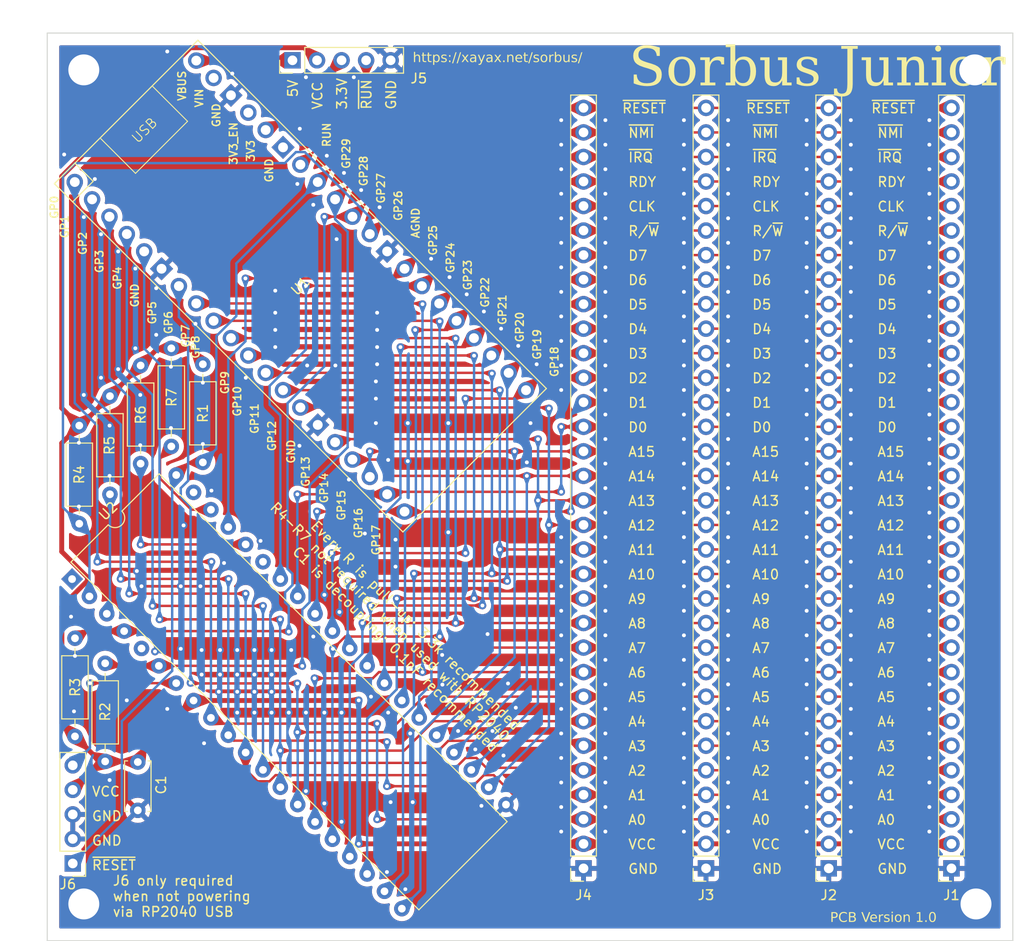
<source format=kicad_pcb>
(kicad_pcb (version 20221018) (generator pcbnew)
  (layers (0 "F.Cu" signal) (31 "B.Cu" signal) (34 "B.Paste" user) (35 "F.Paste" user) (36 "B.SilkS" user "B.Silkscreen") (37 "F.SilkS" user "F.Silkscreen") (38 "B.Mask" user) (39 "F.Mask" user) (44 "Edge.Cuts" user))
  (net 0 "")
  (net 1 "GND")
  (net 2 "VCC")
  (net 3 "A0")
  (net 4 "A1")
  (net 5 "A2")
  (net 6 "A3")
  (net 7 "A4")
  (net 8 "A5")
  (net 9 "A6")
  (net 10 "A7")
  (net 11 "A8")
  (net 12 "A9")
  (net 13 "A10")
  (net 14 "A11")
  (net 15 "A12")
  (net 16 "A13")
  (net 17 "A14")
  (net 18 "A15")
  (net 19 "D0")
  (net 20 "D1")
  (net 21 "D2")
  (net 22 "D3")
  (net 23 "D4")
  (net 24 "D5")
  (net 25 "D6")
  (net 26 "D7")
  (net 27 "CLK")
  (net 28 "RDY")
  (net 29 "~{IRQ}")
  (net 30 "~{NMI}")
  (net 31 "~{RESET}")
  (net 32 "VBUS")
  (net 33 "3V3")
  (net 34 "RUN")
  (net 35 "Net-(U2-ϕ1)")
  (net 36 "Net-(U2-BE)")
  (net 37 "Net-(U2-~{SO})")
  (net 43 "R{slash}~{W}")
  (net 46 "SYNC")
  (footprint "Connector_PinHeader_2.54mm:PinHeader_1x05_P2.54mm_Vertical" (layer "F.Cu") (at 28.067 111.506 180)
    (fp_text reference "J6")
    (fp_text value "Conn_01x05_Socket")
  )
  (footprint "Resistor_THT:R_Axial_DIN0207_L6.3mm_D2.5mm_P10.16mm_Horizontal" (layer "F.Cu") (at 28.740026 66.167641 -90)
    (fp_text reference "R4")
    (fp_text value "R")
  )
  (footprint "Resistor_THT:R_Axial_DIN0207_L6.3mm_D2.5mm_P10.16mm_Horizontal" (layer "F.Cu") (at 35.090026 59.944641 -90)
    (fp_text reference "R6")
    (fp_text value "R")
  )
  (footprint "Connector_PinHeader_2.54mm:PinHeader_1x05_P2.54mm_Vertical" (layer "F.Cu") (at 50.805 28.3464 90)
    (fp_text reference "J5")
    (fp_text value "Conn_01x05_Pin")
  )
  (footprint "Resistor_THT:R_Axial_DIN0207_L6.3mm_D2.5mm_P10.16mm_Horizontal" (layer "F.Cu") (at 38.265026 58.166641 -90)
    (fp_text reference "R7")
    (fp_text value "R")
  )
  (footprint "Resistor_THT:R_Axial_DIN0207_L6.3mm_D2.5mm_P10.16mm_Horizontal" (layer "F.Cu") (at 28.2956 98.3488 90)
    (fp_text reference "R3")
    (fp_text value "R")
  )
  (footprint "Capacitor_THT:C_Disc_D5.0mm_W2.5mm_P5.00mm" (layer "F.Cu") (at 34.798 106.005 90)
    (fp_text reference "C1")
    (fp_text value "C")
  )
  (footprint "Connector_PinSocket_2.54mm:PinSocket_1x32_P2.54mm_Vertical" (layer "F.Cu") (at 106.299 112.014 180)
    (fp_text reference "J2")
    (fp_text value "Conn_01x32_Socket")
  )
  (footprint "Resistor_THT:R_Axial_DIN0207_L6.3mm_D2.5mm_P10.16mm_Horizontal" (layer "F.Cu") (at 31.4198 100.9396 90)
    (fp_text reference "R2")
    (fp_text value "R")
  )
  (footprint "Connector_PinSocket_2.54mm:PinSocket_1x32_P2.54mm_Vertical" (layer "F.Cu") (at 118.999 112.014 180)
    (fp_text reference "J1")
    (fp_text value "Conn_01x32_Socket")
  )
  (footprint "Connector_PinSocket_2.54mm:PinSocket_1x32_P2.54mm_Vertical" (layer "F.Cu") (at 80.9244 112.014 180)
    (fp_text reference "J4")
    (fp_text value "Conn_01x32_Socket")
  )
  (footprint "MCU_RaspberryPi_and_Boards:RPi_RP2040Purple_SMD_TH_no_debug" (layer "F.Cu") (at 51.622861 51.725102 45)
    (fp_text reference "U1")
    (fp_text value "PurpleRP2040_no_debug" hide)
  )
  (footprint "Resistor_THT:R_Axial_DIN0207_L6.3mm_D2.5mm_P10.16mm_Horizontal" (layer "F.Cu") (at 31.915026 63.119641 -90)
    (fp_text reference "R5")
    (fp_text value "R")
  )
  (footprint "Resistor_THT:R_Axial_DIN0207_L6.3mm_D2.5mm_P10.16mm_Horizontal" (layer "F.Cu") (at 41.529 59.817 -90)
    (fp_text reference "R1")
    (fp_text value "R")
  )
  (footprint "Connector_PinSocket_2.54mm:PinSocket_1x32_P2.54mm_Vertical" (layer "F.Cu") (at 93.599 112.014 180)
    (fp_text reference "J3")
    (fp_text value "Conn_01x32_Socket")
  )
  (footprint "Package_DIP:DIP-40_W15.24mm" (layer "F.Cu") (at 27.996719 82.061334 45)
    (fp_text reference "U2")
    (fp_text value "W65C02SxP")
  )
  (gr_line (start 125.349 25.527) (end 25.4254 25.527) (stroke (width 0.1)) (layer "Edge.Cuts"))
  (gr_line (start 25.4254 25.527) (end 25.4254 119.507) (stroke (width 0.1)) (layer "Edge.Cuts"))
  (gr_line (start 125.349 119.507) (end 125.349 25.527) (stroke (width 0.1)) (layer "Edge.Cuts"))
  (gr_line (start 25.4254 119.507) (end 125.349 119.507) (stroke (width 0.1)) (layer "Edge.Cuts"))
  (gr_text "A7" (at 98.298 89.789) (layer "F.SilkS") (effects (font (size 1 1)) (justify left bottom)))
  (gr_text "D3" (at 111.252 59.309) (layer "F.SilkS") (effects (font (size 1 1)) (justify left bottom)))
  (gr_text "R/~{W}" (at 98.298 46.609) (layer "F.SilkS") (effects (font (size 1 1)) (justify left bottom)))
  (gr_text "RDY" (at 111.252 41.529) (layer "F.SilkS") (effects (font (size 1 1)) (justify left bottom)))
  (gr_text "A10" (at 98.298 82.169) (layer "F.SilkS") (effects (font (size 1 1)) (justify left bottom)))
  (gr_text "Every R is pull-up: 3.3k recommended\nR4-R7 not required when used with RP2040\nC1 is decoupling: 0.1nF recommended" (at 71.501 100.203 -45) (layer "F.SilkS") (effects (font (size 1 1)) (justify right bottom)))
  (gr_text "A9" (at 85.471 84.709) (layer "F.SilkS") (effects (font (size 1 1)) (justify left bottom)))
  (gr_text "A2" (at 98.298 102.489) (layer "F.SilkS") (effects (font (size 1 1)) (justify left bottom)))
  (gr_text "D1" (at 85.471 64.389) (layer "F.SilkS") (effects (font (size 1 1)) (justify left bottom)))
  (gr_text "D1" (at 111.252 64.389) (layer "F.SilkS") (effects (font (size 1 1)) (justify left bottom)))
  (gr_text "D4" (at 111.252 56.769) (layer "F.SilkS") (effects (font (size 1 1)) (justify left bottom)))
  (gr_text "~{NMI}" (at 111.252 36.449) (layer "F.SilkS") (effects (font (size 1 1)) (justify left bottom)))
  (gr_text "D2" (at 85.471 61.849) (layer "F.SilkS") (effects (font (size 1 1)) (justify left bottom)))
  (gr_text "D7" (at 98.298 49.149) (layer "F.SilkS") (effects (font (size 1 1)) (justify left bottom)))
  (gr_text "D5" (at 111.252 54.229) (layer "F.SilkS") (effects (font (size 1 1)) (justify left bottom)))
  (gr_text "5V" (at 51.435 32.258 90) (layer "F.SilkS") (effects (font (size 1 1)) (justify left bottom)))
  (gr_text "RDY" (at 98.298 41.529) (layer "F.SilkS") (effects (font (size 1 1)) (justify left bottom)))
  (gr_text "D0" (at 98.298 66.929) (layer "F.SilkS") (effects (font (size 1 1)) (justify left bottom)))
  (gr_text "A4" (at 85.471 97.409) (layer "F.SilkS") (effects (font (size 1 1)) (justify left bottom)))
  (gr_text "CLK" (at 111.252 44.069) (layer "F.SilkS") (effects (font (size 1 1)) (justify left bottom)))
  (gr_text "~{RESET}" (at 29.972 112.268) (layer "F.SilkS") (effects (font (size 1 1)) (justify left bottom)))
  (gr_text "A13" (at 111.252 74.549) (layer "F.SilkS") (effects (font (size 1 1)) (justify left bottom)))
  (gr_text "A11" (at 98.298 79.629) (layer "F.SilkS") (effects (font (size 1 1)) (justify left bottom)))
  (gr_text "A5" (at 85.471 94.869) (layer "F.SilkS") (effects (font (size 1 1)) (justify left bottom)))
  (gr_text "D4" (at 98.298 56.769) (layer "F.SilkS") (effects (font (size 1 1)) (justify left bottom)))
  (gr_text "A14" (at 98.298 72.009) (layer "F.SilkS") (effects (font (size 1 1)) (justify left bottom)))
  (gr_text "A10" (at 111.252 82.169) (layer "F.SilkS") (effects (font (size 1 1)) (justify left bottom)))
  (gr_text "R/~{W}" (at 85.471 46.609) (layer "F.SilkS") (effects (font (size 1 1)) (justify left bottom)))
  (gr_text "D7" (at 111.252 49.149) (layer "F.SilkS") (effects (font (size 1 1)) (justify left bottom)))
  (gr_text "~{RESET}" (at 97.663 33.909) (layer "F.SilkS") (effects (font (size 1 1)) (justify left bottom)))
  (gr_text "A14" (at 111.252 72.009) (layer "F.SilkS") (effects (font (size 1 1)) (justify left bottom)))
  (gr_text "A3" (at 98.298 99.949) (layer "F.SilkS") (effects (font (size 1 1)) (justify left bottom)))
  (gr_text "A12" (at 111.252 77.089) (layer "F.SilkS") (effects (font (size 1 1)) (justify left bottom)))
  (gr_text "A1" (at 98.298 105.029) (layer "F.SilkS") (effects (font (size 1 1)) (justify left bottom)))
  (gr_text "GND" (at 98.298 112.649) (layer "F.SilkS") (effects (font (size 1 1)) (justify left bottom)))
  (gr_text "A11" (at 111.252 79.629) (layer "F.SilkS") (effects (font (size 1 1)) (justify left bottom)))
  (gr_text "VCC" (at 85.471 110.109) (layer "F.SilkS") (effects (font (size 1 1)) (justify left bottom)))
  (gr_text "~{IRQ}" (at 98.298 38.989) (layer "F.SilkS") (effects (font (size 1 1)) (justify left bottom)))
  (gr_text "VCC" (at 111.252 110.109) (layer "F.SilkS") (effects (font (size 1 1)) (justify left bottom)))
  (gr_text "R/~{W}" (at 111.252 46.609) (layer "F.SilkS") (effects (font (size 1 1)) (justify left bottom)))
  (gr_text "CLK" (at 85.471 44.069) (layer "F.SilkS") (effects (font (size 1 1)) (justify left bottom)))
  (gr_text "D1" (at 98.298 64.389) (layer "F.SilkS") (effects (font (size 1 1)) (justify left bottom)))
  (gr_text "A10" (at 85.471 82.169) (layer "F.SilkS") (effects (font (size 1 1)) (justify left bottom)))
  (gr_text "A7" (at 85.471 89.789) (layer "F.SilkS") (effects (font (size 1 1)) (justify left bottom)))
  (gr_text "A1" (at 111.252 105.029) (layer "F.SilkS") (effects (font (size 1 1)) (justify left bottom)))
  (gr_text "A6" (at 98.298 92.329) (layer "F.SilkS") (effects (font (size 1 1)) (justify left bottom)))
  (gr_text "~{NMI}" (at 98.298 36.449) (layer "F.SilkS") (effects (font (size 1 1)) (justify left bottom)))
  (gr_text "A5" (at 111.252 94.869) (layer "F.SilkS") (effects (font (size 1 1)) (justify left bottom)))
  (gr_text "A13" (at 85.471 74.549) (layer "F.SilkS") (effects (font (size 1 1)) (justify left bottom)))
  (gr_text "CLK" (at 98.298 44.069) (layer "F.SilkS") (effects (font (size 1 1)) (justify left bottom)))
  (gr_text "Sorbus Junior" (at 85.598 31.623) (layer "F.SilkS") (effects (font (size 4 4) (thickness 0.125)) (justify left bottom)))
  (gr_text "D5" (at 85.471 54.229) (layer "F.SilkS") (effects (font (size 1 1)) (justify left bottom)))
  (gr_text "A4" (at 111.252 97.409) (layer "F.SilkS") (effects (font (size 1 1)) (justify left bottom)))
  (gr_text "https://xayax.net/sorbus/" (at 63.246 28.702) (layer "F.SilkS") (effects (font (size 1 1)) (justify left bottom)))
  (gr_text "~{RESET}" (at 84.836 33.909) (layer "F.SilkS") (effects (font (size 1 1)) (justify left bottom)))
  (gr_text "A12" (at 98.298 77.089) (layer "F.SilkS") (effects (font (size 1 1)) (justify left bottom)))
  (gr_text "A7" (at 111.252 89.789) (layer "F.SilkS") (effects (font (size 1 1)) (justify left bottom)))
  (gr_text "A9" (at 111.252 84.709) (layer "F.SilkS") (effects (font (size 1 1)) (justify left bottom)))
  (gr_text "D6" (at 85.471 51.689) (layer "F.SilkS") (effects (font (size 1 1)) (justify left bottom)))
  (gr_text "~{IRQ}" (at 111.252 38.989) (layer "F.SilkS") (effects (font (size 1 1)) (justify left bottom)))
  (gr_text "A6" (at 85.471 92.329) (layer "F.SilkS") (effects (font (size 1 1)) (justify left bottom)))
  (gr_text "A8" (at 85.471 87.249) (layer "F.SilkS") (effects (font (size 1 1)) (justify left bottom)))
  (gr_text "RDY" (at 85.471 41.529) (layer "F.SilkS") (effects (font (size 1 1)) (justify left bottom)))
  (gr_text "VCC" (at 98.298 110.109) (layer "F.SilkS") (effects (font (size 1 1)) (justify left bottom)))
  (gr_text "A8" (at 111.252 87.249) (layer "F.SilkS") (effects (font (size 1 1)) (justify left bottom)))
  (gr_text "D0" (at 111.252 66.929) (layer "F.SilkS") (effects (font (size 1 1)) (justify left bottom)))
  (gr_text "A12" (at 85.471 77.089) (layer "F.SilkS") (effects (font (size 1 1)) (justify left bottom)))
  (gr_text "VCC" (at 53.975 33.528 90) (layer "F.SilkS") (effects (font (size 1 1)) (justify left bottom)))
  (gr_text "A15" (at 85.471 69.469) (layer "F.SilkS") (effects (font (size 1 1)) (justify left bottom)))
  (gr_text "J6 only required\nwhen not powering\nvia RP2040 USB" (at 32.131 117.094) (layer "F.SilkS") (effects (font (size 1 1)) (justify left bottom)))
  (gr_text "A11" (at 85.471 79.629) (layer "F.SilkS") (effects (font (size 1 1)) (justify left bottom)))
  (gr_text "A0" (at 111.252 107.569) (layer "F.SilkS") (effects (font (size 1 1)) (justify left bottom)))
  (gr_text "A13" (at 98.298 74.549) (layer "F.SilkS") (effects (font (size 1 1)) (justify left bottom)))
  (gr_text "A5" (at 98.298 94.869) (layer "F.SilkS") (effects (font (size 1 1)) (justify left bottom)))
  (gr_text "~{NMI}" (at 85.471 36.449) (layer "F.SilkS") (effects (font (size 1 1)) (justify left bottom)))
  (gr_text "A2" (at 85.471 102.489) (layer "F.SilkS") (effects (font (size 1 1)) (justify left bottom)))
  (gr_text "D2" (at 98.298 61.849) (layer "F.SilkS") (effects (font (size 1 1)) (justify left bottom)))
  (gr_text "A3" (at 85.471 99.949) (layer "F.SilkS") (effects (font (size 1 1)) (justify left bottom)))
  (gr_text "D7" (at 85.471 49.149) (layer "F.SilkS") (effects (font (size 1 1)) (justify left bottom)))
  (gr_text "A6" (at 111.252 92.329) (layer "F.SilkS") (effects (font (size 1 1)) (justify left bottom)))
  (gr_text "A3" (at 111.252 99.949) (layer "F.SilkS") (effects (font (size 1 1)) (justify left bottom)))
  (gr_text "A8" (at 98.298 87.249) (layer "F.SilkS") (effects (font (size 1 1)) (justify left bottom)))
  (gr_text "D2" (at 111.252 61.849) (layer "F.SilkS") (effects (font (size 1 1)) (justify left bottom)))
  (gr_text "A15" (at 98.298 69.469) (layer "F.SilkS") (effects (font (size 1 1)) (justify left bottom)))
  (gr_text "3.3V" (at 56.515 33.528 90) (layer "F.SilkS") (effects (font (size 1 1)) (justify left bottom)))
  (gr_text "A4" (at 98.298 97.409) (layer "F.SilkS") (effects (font (size 1 1)) (justify left bottom)))
  (gr_text "A2" (at 111.252 102.489) (layer "F.SilkS") (effects (font (size 1 1)) (justify left bottom)))
  (gr_text "PCB Version 1.0" (at 117.475 117.729) (layer "F.SilkS") (effects (font (size 1 1)) (justify right bottom)))
  (gr_text "D3" (at 85.471 59.309) (layer "F.SilkS") (effects (font (size 1 1)) (justify left bottom)))
  (gr_text "A0" (at 98.298 107.569) (layer "F.SilkS") (effects (font (size 1 1)) (justify left bottom)))
  (gr_text "~{RESET}" (at 110.617 33.909) (layer "F.SilkS") (effects (font (size 1 1)) (justify left bottom)))
  (gr_text "A0" (at 85.471 107.569) (layer "F.SilkS") (effects (font (size 1 1)) (justify left bottom)))
  (gr_text "GND" (at 29.972 109.728) (layer "F.SilkS") (effects (font (size 1 1)) (justify left bottom)))
  (gr_text "~{IRQ}" (at 85.471 38.989) (layer "F.SilkS") (effects (font (size 1 1)) (justify left bottom)))
  (gr_text "VCC" (at 29.972 104.648) (layer "F.SilkS") (effects (font (size 1 1)) (justify left bottom)))
  (gr_text "D6" (at 98.298 51.689) (layer "F.SilkS") (effects (font (size 1 1)) (justify left bottom)))
  (gr_text "D6" (at 111.252 51.689) (layer "F.SilkS") (effects (font (size 1 1)) (justify left bottom)))
  (gr_text "GND" (at 29.972 107.188) (layer "F.SilkS") (effects (font (size 1 1)) (justify left bottom)))
  (gr_text "A9" (at 98.298 84.709) (layer "F.SilkS") (effects (font (size 1 1)) (justify left bottom)))
  (gr_text "D5" (at 98.298 54.229) (layer "F.SilkS") (effects (font (size 1 1)) (justify left bottom)))
  (gr_text "D4" (at 85.471 56.769) (layer "F.SilkS") (effects (font (size 1 1)) (justify left bottom)))
  (gr_text "D3" (at 98.298 59.309) (layer "F.SilkS") (effects (font (size 1 1)) (justify left bottom)))
  (gr_text "GND" (at 61.595 33.528 90) (layer "F.SilkS") (effects (font (size 1 1)) (justify left bottom)))
  (gr_text "A15" (at 111.252 69.469) (layer "F.SilkS") (effects (font (size 1 1)) (justify left bottom)))
  (gr_text "A1" (at 85.471 105.029) (layer "F.SilkS") (effects (font (size 1 1)) (justify left bottom)))
  (gr_text "GND" (at 111.252 112.649) (layer "F.SilkS") (effects (font (size 1 1)) (justify left bottom)))
  (gr_text "A14" (at 85.471 72.009) (layer "F.SilkS") (effects (font (size 1 1)) (justify left bottom)))
  (gr_text "D0" (at 85.471 66.929) (layer "F.SilkS") (effects (font (size 1 1)) (justify left bottom)))
  (gr_text "GND" (at 85.471 112.649) (layer "F.SilkS") (effects (font (size 1 1)) (justify left bottom)))
  (gr_text "~{RUN}" (at 59.055 33.528 90) (layer "F.SilkS") (effects (font (size 1 1)) (justify left bottom)))
  (via (at 70.358 105.537) (size 0.8) (drill 0.4) (layers "F.Cu" "B.Cu") (net 1))
  (via (at 91.313 44.704) (size 0.8) (drill 0.4) (layers "F.Cu" "B.Cu") (net 1))
  (via (at 48.641 93.726) (size 0.8) (drill 0.4) (layers "F.Cu" "B.Cu") (net 1))
  (via (at 50.419 95.885) (size 0.8) (drill 0.4) (layers "F.Cu" "B.Cu") (net 1))
  (via (at 49.022 52.197) (size 0.8) (drill 0.4) (layers "F.Cu" "B.Cu") (net 1))
  (via (at 116.713 54.864) (size 0.8) (drill 0.4) (layers "F.Cu" "B.Cu") (net 1))
  (via (at 108.585 92.964) (size 0.8) (drill 0.4) (layers "F.Cu" "B.Cu") (net 1))
  (via (at 70.993 87.757) (size 0.8) (drill 0.4) (layers "F.Cu" "B.Cu") (net 1))
  (via (at 59.563 58.039) (size 0.8) (drill 0.4) (layers "F.Cu" "B.Cu") (net 1))
  (via (at 108.585 98.044) (size 0.8) (drill 0.4) (layers "F.Cu" "B.Cu") (net 1))
  (via (at 67.945 97.79) (size 0.8) (drill 0.4) (layers "F.Cu" "B.Cu") (net 1))
  (via (at 83.185 65.024) (size 0.8) (drill 0.4) (layers "F.Cu" "B.Cu") (net 1))
  (via (at 54.356 38.227) (size 0.8) (drill 0.4) (layers "F.Cu" "B.Cu") (net 1))
  (via (at 45.085 91.948) (size 0.8) (drill 0.4) (layers "F.Cu" "B.Cu") (net 1))
  (via (at 41.275 82.804) (size 0.8) (drill 0.4) (layers "F.Cu" "B.Cu") (net 1))
  (via (at 104.013 59.944) (size 0.8) (drill 0.4) (layers "F.Cu" "B.Cu") (net 1))
  (via (at 33.655 94.615) (size 0.8) (drill 0.4) (layers "F.Cu" "B.Cu") (net 1))
  (via (at 91.313 70.104) (size 0.8) (drill 0.4) (layers "F.Cu" "B.Cu") (net 1))
  (via (at 46.863 91.948) (size 0.8) (drill 0.4) (layers "F.Cu" "B.Cu") (net 1))
  (via (at 37.846 27.432) (size 0.8) (drill 0.4) (layers "F.Cu" "B.Cu") (net 1))
  (via (at 108.585 70.104) (size 0.8) (drill 0.4) (layers "F.Cu" "B.Cu") (net 1))
  (via (at 91.313 87.884) (size 0.8) (drill 0.4) (layers "F.Cu" "B.Cu") (net 1))
  (via (at 83.185 90.424) (size 0.8) (drill 0.4) (layers "F.Cu" "B.Cu") (net 1))
  (via (at 95.885 37.084) (size 0.8) (drill 0.4) (layers "F.Cu" "B.Cu") (net 1))
  (via (at 78.613 103.124) (size 0.8) (drill 0.4) (layers "F.Cu" "B.Cu") (net 1))
  (via (at 75.438 65.913) (size 0.8) (drill 0.4) (layers "F.Cu" "B.Cu") (net 1))
  (via (at 104.013 98.044) (size 0.8) (drill 0.4) (layers "F.Cu" "B.Cu") (net 1))
  (via (at 83.185 103.124) (size 0.8) (drill 0.4) (layers "F.Cu" "B.Cu") (net 1))
  (via (at 116.713 75.184) (size 0.8) (drill 0.4) (layers "F.Cu" "B.Cu") (net 1))
  (via (at 65.151 48.895) (size 0.8) (drill 0.4) (layers "F.Cu" "B.Cu") (net 1))
  (via (at 46.863 89.408) (size 0.8) (drill 0.4) (layers "F.Cu" "B.Cu") (net 1))
  (via (at 60.706 95.885) (size 0.8) (drill 0.4) (layers "F.Cu" "B.Cu") (net 1))
  (via (at 43.307 89.408) (size 0.8) (drill 0.4) (layers "F.Cu" "B.Cu") (net 1))
  (via (at 116.713 77.724) (size 0.8) (drill 0.4) (layers "F.Cu" "B.Cu") (net 1))
  (via (at 116.713 85.344) (size 0.8) (drill 0.4) (layers "F.Cu" "B.Cu") (net 1))
  (via (at 29.21 115.697) (size 3.4) (drill 3.2) (layers "F.Cu" "B.Cu") (net 1))
  (via (at 95.885 62.484) (size 0.8) (drill 0.4) (layers "F.Cu" "B.Cu") (net 1))
  (via (at 52.197 104.013) (size 0.8) (drill 0.4) (layers "F.Cu" "B.Cu") (net 1))
  (via (at 41.402 91.948) (size 0.8) (drill 0.4) (layers "F.Cu" "B.Cu") (net 1))
  (via (at 104.013 49.784) (size 0.8) (drill 0.4) (layers "F.Cu" "B.Cu") (net 1))
  (via (at 40.767 55.626) (size 0.8) (drill 0.4) (layers "F.Cu" "B.Cu") (net 1))
  (via (at 83.185 54.864) (size 0.8) (drill 0.4) (layers "F.Cu" "B.Cu") (net 1))
  (via (at 108.585 95.504) (size 0.8) (drill 0.4) (layers "F.Cu" "B.Cu") (net 1))
  (via (at 59.436 61.595) (size 0.8) (drill 0.4) (layers "F.Cu" "B.Cu") (net 1))
  (via (at 108.585 87.884) (size 0.8) (drill 0.4) (layers "F.Cu" "B.Cu") (net 1))
  (via (at 78.613 59.944) (size 0.8) (drill 0.4) (layers "F.Cu" "B.Cu") (net 1))
  (via (at 91.313 75.184) (size 0.8) (drill 0.4) (layers "F.Cu" "B.Cu") (net 1))
  (via (at 95.885 82.804) (size 0.8) (drill 0.4) (layers "F.Cu" "B.Cu") (net 1))
  (via (at 59.563 59.817) (size 0.8) (drill 0.4) (layers "F.Cu" "B.Cu") (net 1))
  (via (at 41.402 89.408) (size 0.8) (drill 0.4) (layers "F.Cu" "B.Cu") (net 1))
  (via (at 46.863 93.726) (size 0.8) (drill 0.4) (layers "F.Cu" "B.Cu") (net 1))
  (via (at 56.642 71.755) (size 0.8) (drill 0.4) (layers "F.Cu" "B.Cu") (net 1))
  (via (at 83.185 105.664) (size 0.8) (drill 0.4) (layers "F.Cu" "B.Cu") (net 1))
  (via (at 116.713 98.044) (size 0.8) (drill 0.4) (layers "F.Cu" "B.Cu") (net 1))
  (via (at 95.885 39.624) (size 0.8) (drill 0.4) (layers "F.Cu" "B.Cu") (net 1))
  (via (at 47.498 78.105) (size 0.8) (drill 0.4) (layers "F.Cu" "B.Cu") (net 1))
  (via (at 51.308 41.148) (size 0.8) (drill 0.4) (layers "F.Cu" "B.Cu") (net 1))
  (via (at 43.720855 80.397541) (size 0.8) (drill 0.4) (layers "F.Cu" "B.Cu") (net 1))
  (via (at 108.585 82.804) (size 0.8) (drill 0.4) (layers "F.Cu" "B.Cu") (net 1))
  (via (at 83.185 85.344) (size 0.8) (drill 0.4) (layers "F.Cu" "B.Cu") (net 1))
  (via (at 56.134 40.005) (size 0.8) (drill 0.4) (layers "F.Cu" "B.Cu") (net 1))
  (via (at 55.88 107.188) (size 0.8) (drill 0.4) (layers "F.Cu" "B.Cu") (net 1))
  (via (at 55.662487 85.471) (size 0.8) (drill 0.4) (layers "F.Cu" "B.Cu") (net 1))
  (via (at 104.013 85.344) (size 0.8) (drill 0.4) (layers "F.Cu" "B.Cu") (net 1))
  (via (at 83.185 100.584) (size 0.8) (drill 0.4) (layers "F.Cu" "B.Cu") (net 1))
  (via (at 91.313 80.264) (size 0.8) (drill 0.4) (layers "F.Cu" "B.Cu") (net 1))
  (via (at 104.013 80.264) (size 0.8) (drill 0.4) (layers "F.Cu" "B.Cu") (net 1))
  (via (at 95.885 105.664) (size 0.8) (drill 0.4) (layers "F.Cu" "B.Cu") (net 1))
  (via (at 104.013 75.184) (size 0.8) (drill 0.4) (layers "F.Cu" "B.Cu") (net 1))
  (via (at 32.766 48.133) (size 0.8) (drill 0.4) (layers "F.Cu" "B.Cu") (net 1))
  (via (at 45.974 61.214) (size 0.8) (drill 0.4) (layers "F.Cu" "B.Cu") (net 1))
  (via (at 52.197 95.885) (size 0.8) (drill 0.4) (layers "F.Cu" "B.Cu") (net 1))
  (via (at 116.713 57.404) (size 0.8) (drill 0.4) (layers "F.Cu" "B.Cu") (net 1))
  (via (at 83.185 59.944) (size 0.8) (drill 0.4) (layers "F.Cu" "B.Cu") (net 1))
  (via (at 83.185 57.404) (size 0.8) (drill 0.4) (layers "F.Cu" "B.Cu") (net 1))
  (via (at 91.313 52.324) (size 0.8) (drill 0.4) (layers "F.Cu" "B.Cu") (net 1))
  (via (at 83.185 108.204) (size 0.8) (drill 0.4) (layers "F.Cu" "B.Cu") (net 1))
  (via (at 108.585 62.484) (size 0.8) (drill 0.4) (layers "F.Cu" "B.Cu") (net 1))
  (via (at 60.706 69.723) (size 0.8) (drill 0.4) (layers "F.Cu" "B.Cu") (net 1))
  (via (at 45.085 89.408) (size 0.8) (drill 0.4) (layers "F.Cu" "B.Cu") (net 1))
  (via (at 104.013 37.084) (size 0.8) (drill 0.4) (layers "F.Cu" "B.Cu") (net 1))
  (via (at 91.313 39.624) (size 0.8) (drill 0.4) (layers "F.Cu" "B.Cu") (net 1))
  (via (at 104.013 77.724) (size 0.8) (drill 0.4) (layers "F.Cu" "B.Cu") (net 1))
  (via (at 50.673 89.408) (size 0.8) (drill 0.4) (layers "F.Cu" "B.Cu") (net 1))
  (via (at 57.15 30.099) (size 0.8) (drill 0.4) (layers "F.Cu" "B.Cu") (net 1))
  (via (at 59.436 63.373) (size 0.8) (drill 0.4) (layers "F.Cu" "B.Cu") (net 1))
  (via (at 34.6964 81.2292) (size 0.8) (drill 0.4) (layers "F.Cu" "B.Cu") (net 1))
  (via (at 67.056 50.8) (size 0.8) (drill 0.4) (layers "F.Cu" "B.Cu") (net 1))
  (via (at 83.185 80.264) (size 0.8) (drill 0.4) (layers "F.Cu" "B.Cu") (net 1))
  (via (at 95.885 65.024) (size 0.8) (drill 0.4) (layers "F.Cu" "B.Cu") (net 1))
  (via (at 95.885 87.884) (size 0.8) (drill 0.4) (layers "F.Cu" "B.Cu") (net 1))
  (via (at 28.194 95.758) (size 0.8) (drill 0.4) (layers "F.Cu" "B.Cu") (net 1))
  (via (at 116.713 80.264) (size 0.8) (drill 0.4) (layers "F.Cu" "B.Cu") (net 1))
  (via (at 121.412 29.337) (size 3.4) (drill 3.2) (layers "F.Cu" "B.Cu") (net 1))
  (via (at 104.013 67.564) (size 0.8) (drill 0.4) (layers "F.Cu" "B.Cu") (net 1))
  (via (at 38.227 66.421) (size 0.8) (drill 0.4) (layers "F.Cu" "B.Cu") (net 1))
  (via (at 83.185 72.644) (size 0.8) (drill 0.4) (layers "F.Cu" "B.Cu") (net 1))
  (via (at 75.057 69.977) (size 0.8) (drill 0.4) (layers "F.Cu" "B.Cu") (net 1))
  (via (at 104.013 82.804) (size 0.8) (drill 0.4) (layers "F.Cu" "B.Cu") (net 1))
  (via (at 83.185 70.104) (size 0.8) (drill 0.4) (layers "F.Cu" "B.Cu") (net 1))
  (via (at 116.713 62.484) (size 0.8) (drill 0.4) (layers "F.Cu" "B.Cu") (net 1))
  (via (at 78.613 39.624) (size 0.8) (drill 0.4) (layers "F.Cu" "B.Cu") (net 1))
  (via (at 116.713 82.804) (size 0.8) (drill 0.4) (layers "F.Cu" "B.Cu") (net 1))
  (via (at 78.613 52.324) (size 0.8) (drill 0.4) (layers "F.Cu" "B.Cu") (net 1))
  (via (at 34.544 49.911) (size 0.8) (drill 0.4) (layers "F.Cu" "B.Cu") (net 1))
  (via (at 62.738 69.85) (size 0.8) (drill 0.4) (layers "F.Cu" "B.Cu") (net 1))
  (via (at 78.613 87.884) (size 0.8) (drill 0.4) (layers "F.Cu" "B.Cu") (net 1))
  (via (at 91.313 100.584) (size 0.8) (drill 0.4) (layers "F.Cu" "B.Cu") (net 1))
  (via (at 66.3194 92.9894) (size 0.8) (drill 0.4) (layers "F.Cu" "B.Cu") (net 1))
  (via (at 108.585 42.164) (size 0.8) (drill 0.4) (layers "F.Cu" "B.Cu") (net 1))
  (via (at 116.713 47.244) (size 0.8) (drill 0.4) (layers "F.Cu" "B.Cu") (net 1))
  (via (at 36.703 51.943) (size 0.8) (drill 0.4) (layers "F.Cu" "B.Cu") (net 1))
  (via (at 61.468 80.772) (size 0.8) (drill 0.4) (layers "F.Cu" "B.Cu") (net 1))
  (via (at 57.912 41.783) (size 0.8) (drill 0.4) (layers "F.Cu" "B.Cu") (net 1))
  (via (at 116.713 95.504) (size 0.8) (drill 0.4) (layers "F.Cu" "B.Cu") (net 1))
  (via (at 116.713 49.784) (size 0.8) (drill 0.4) (layers "F.Cu" "B.Cu") (net 1))
  (via (at 28.2956 90.0176) (size 0.8) (drill 0.4) (layers "F.Cu" "B.Cu") (net 1))
  (via (at 83.185 49.784) (size 0.8) (drill 0.4) (layers "F.Cu" "B.Cu") (net 1))
  (via (at 95.885 95.504) (size 0.8) (drill 0.4) (layers "F.Cu" "B.Cu") (net 1))
  (via (at 60.579 112.395) (size 0.8) (drill 0.4) (layers "F.Cu" "B.Cu") (net 1))
  (via (at 104.013 108.204) (size 0.8) (drill 0.4) (layers "F.Cu" "B.Cu") (net 1))
  (via (at 95.885 72.644) (size 0.8) (drill 0.4) (layers "F.Cu" "B.Cu") (net 1))
  (via (at 91.313 42.164) (size 0.8) (drill 0.4) (layers "F.Cu" "B.Cu") (net 1))
  (via (at 66.294 89.916) (size 0.8) (drill 0.4) (layers "F.Cu" "B.Cu") (net 1))
  (via (at 116.713 103.124) (size 0.8) (drill 0.4) (layers "F.Cu" "B.Cu") (net 1))
  (via (at 55.372 46.863) (size 0.8) (drill 0.4) (layers "F.Cu" "B.Cu") (net 1))
  (via (at 78.613 49.784) (size 0.8) (drill 0.4) (layers "F.Cu" "B.Cu") (net 1))
  (via (at 59.436 65.913) (size 0.8) (drill 0.4) (layers "F.Cu" "B.Cu") (net 1))
  (via (at 104.013 105.664) (size 0.8) (drill 0.4) (layers "F.Cu" "B.Cu") (net 1))
  (via (at 95.885 49.784) (size 0.8) (drill 0.4) (layers "F.Cu" "B.Cu") (net 1))
  (via (at 116.713 67.564) (size 0.8) (drill 0.4) (layers "F.Cu" "B.Cu") (net 1))
  (via (at 78.613 108.204) (size 0.8) (drill 0.4) (layers "F.Cu" "B.Cu") (net 1))
  (via (at 95.885 59.944) (size 0.8) (drill 0.4) (layers "F.Cu" "B.Cu") (net 1))
  (via (at 83.185 39.624) (size 0.8) (drill 0.4) (layers "F.Cu" "B.Cu") (net 1))
  (via (at 91.313 82.804) (size 0.8) (drill 0.4) (layers "F.Cu" "B.Cu") (net 1))
  (via (at 116.713 59.944) (size 0.8) (drill 0.4) (layers "F.Cu" "B.Cu") (net 1))
  (via (at 91.313 92.964) (size 0.8) (drill 0.4) (layers "F.Cu" "B.Cu") (net 1))
  (via (at 83.185 75.184) (size 0.8) (drill 0.4) (layers "F.Cu" "B.Cu") (net 1))
  (via (at 52.959 43.307) (size 0.8) (drill 0.4) (layers "F.Cu" "B.Cu") (net 1))
  (via (at 104.013 47.244) (size 0.8) (drill 0.4) (layers "F.Cu" "B.Cu") (net 1))
  (via (at 104.013 92.964) (size 0.8) (drill 0.4) (layers "F.Cu" "B.Cu") (net 1))
  (via (at 61.468 77.978) (size 0.8) (drill 0.4) (layers "F.Cu" "B.Cu") (net 1))
  (via (at 108.585 57.404) (size 0.8) (drill 0.4) (layers "F.Cu" "B.Cu") (net 1))
  (via (at 91.313 47.244) (size 0.8) (drill 0.4) (layers "F.Cu" "B.Cu") (net 1))
  (via (at 108.585 34.544) (size 0.8) (drill 0.4) (layers "F.Cu" "B.Cu") (net 1))
  (via (at 95.885 108.204) (size 0.8) (drill 0.4) (layers "F.Cu" "B.Cu") (net 1))
  (via (at 108.585 49.784) (size 0.8) (drill 0.4) (layers "F.Cu" "B.Cu") (net 1))
  (via (at 78.613 80.264) (size 0.8) (drill 0.4) (layers "F.Cu" "B.Cu") (net 1))
  (via (at 108.585 44.704) (size 0.8) (drill 0.4) (layers "F.Cu" "B.Cu") (net 1))
  (via (at 116.713 105.664) (size 0.8) (drill 0.4) (layers "F.Cu" "B.Cu") (net 1))
  (via (at 72.39 56.134) (size 0.8) (drill 0.4) (layers "F.Cu" "B.Cu") (net 1))
  (via (at 95.885 52.324) (size 0.8) (drill 0.4) (layers "F.Cu" "B.Cu") (net 1))
  (via (at 83.185 82.804) (size 0.8) (drill 0.4) (layers "F.Cu" "B.Cu") (net 1))
  (via (at 41.529 61.722) (size 0.8) (drill 0.4) (layers "F.Cu" "B.Cu") (net 1))
  (via (at 73.914 95.377) (size 0.8) (drill 0.4) (layers "F.Cu" "B.Cu") (net 1))
  (via (at 83.185 77.724) (size 0.8) (drill 0.4) (layers "F.Cu" "B.Cu") (net 1))
  (via (at 48.641 89.408) (size 0.8) (drill 0.4) (layers "F.Cu" "B.Cu") (net 1))
  (via (at 28.702 67.945) (size 0.8) (drill 0.4) (layers "F.Cu" "B.Cu") (net 1))
  (via (at 95.885 90.424) (size 0.8) (drill 0.4) (layers "F.Cu" "B.Cu") (net 1))
  (via (at 39.534 76.500883) (size 0.8) (drill 0.4) (layers "F.Cu" "B.Cu") (net 1))
  (via (at 62.738 65.913) (size 0.8) (drill 0.4) (layers "F.Cu" "B.Cu") (net 1))
  (via (at 95.885 47.244) (size 0.8) (drill 0.4) (layers "F.Cu" "B.Cu") (net 1))
  (via (at 35.052 68.199) (size 0.8) (drill 0.4) (layers "F.Cu" "B.Cu") (net 1))
  (via (at 116.713 72.644) (size 0.8) (drill 0.4) (layers "F.Cu" "B.Cu") (net 1))
  (via (at 95.885 67.564) (size 0.8) (drill 0.4) (layers "F.Cu" "B.Cu") (net 1))
  (via (at 78.613 77.724) (size 0.8) (drill 0.4) (layers "F.Cu" "B.Cu") (net 1))
  (via (at 108.585 103.124) (size 0.8) (drill 0.4) (layers "F.Cu" "B.Cu") (net 1))
  (via (at 43.307 91.948) (size 0.8) (drill 0.4) (layers "F.Cu" "B.Cu") (net 1))
  (via (at 95.885 77.724) (size 0.8) (drill 0.4) (layers "F.Cu" "B.Cu") (net 1))
  (via (at 104.013 52.324) (size 0.8) (drill 0.4) (layers "F.Cu" "B.Cu") (net 1))
  (via (at 78.613 82.804) (size 0.8) (drill 0.4) (layers "F.Cu" "B.Cu") (net 1))
  (via (at 63.246 105.156) (size 0.8) (drill 0.4) (layers "F.Cu" "B.Cu") (net 1))
  (via (at 59.563 54.483) (size 0.8) (drill 0.4) (layers "F.Cu" "B.Cu") (net 1))
  (via (at 45.085 93.726) (size 0.8) (drill 0.4) (layers "F.Cu" "B.Cu") (net 1))
  (via (at 83.185 47.244) (size 0.8) (drill 0.4) (layers "F.Cu" "B.Cu") (net 1))
  (via (at 116.713 65.024) (size 0.8) (drill 0.4) (layers "F.Cu" "B.Cu") (net 1))
  (via (at 104.013 57.404) (size 0.8) (drill 0.4) (layers "F.Cu" "B.Cu") (net 1))
  (via (at 36.703 56.769) (size 0.8) (drill 0.4) (layers "F.Cu" "B.Cu") (net 1))
  (via (at 66.929 77.216) (size 0.8) (drill 0.4) (layers "F.Cu" "B.Cu") (net 1))
  (via (at 39.243 89.281) (size 0.8) (drill 0.4) (layers "F.Cu" "B.Cu") (net 1))
  (via (at 69.723 99.695) (size 0.8) (drill 0.4) (layers "F.Cu" "B.Cu") (net 1))
  (via (at 104.013 103.124) (size 0.8) (drill 0.4) (layers "F.Cu" "B.Cu") (net 1))
  (via (at 35.052 62.992) (size 0.8) (drill 0.4) (layers "F.Cu" "B.Cu") (net 1))
  (via (at 104.013 87.884) (size 0.8) (drill 0.4) (layers "F.Cu" "B.Cu") (net 1))
  (via (at 104.013 62.484) (size 0.8) (drill 0.4) (layers "F.Cu" "B.Cu") (net 1))
  (via (at 28.702 74.549) (size 0.8) (drill 0.4) (layers "F.Cu" "B.Cu") (net 1))
  (via (at 38.227 60.071) (size 0.8) (drill 0.4) (layers "F.Cu" "B.Cu") (net 1))
  (via (at 52.959 88.011) (size 0.8) (drill 0.4) (layers "F.Cu" "B.Cu") (net 1))
  (via (at 104.013 39.624) (size 0.8) (drill 0.4) (layers "F.Cu" "B.Cu") (net 1))
  (via (at 116.713 52.324) (size 0.8) (drill 0.4) (layers "F.Cu" "B.Cu") (net 1))
  (via (at 30.988 46.355) (size 0.8) (drill 0.4) (layers "F.Cu" "B.Cu") (net 1))
  (via (at 95.885 92.964) (size 0.8) (drill 0.4) (layers "F.Cu" "B.Cu") (net 1))
  (via (at 108.585 59.944) (size 0.8) (drill 0.4) (layers "F.Cu" "B.Cu") (net 1))
  (via (at 78.613 57.404) (size 0.8) (drill 0.4) (layers "F.Cu" "B.Cu") (net 1))
  (via (at 116.713 42.164) (size 0.8) (drill 0.4) (layers "F.Cu" "B.Cu") (net 1))
  (via (at 68.834 52.578) (size 0.8) (drill 0.4) (layers "F.Cu" "B.Cu") (net 1))
  (via (at 104.013 95.504) (size 0.8) (drill 0.4) (layers "F.Cu" "B.Cu") (net 1))
  (via (at 43.18 93.726) (size 0.8) (drill 0.4) (layers "F.Cu" "B.Cu") (net 1))
  (via (at 91.313 95.504) (size 0.8) (drill 0.4) (layers "F.Cu" "B.Cu") (net 1))
  (via (at 35.179 82.804) (size 0.8) (drill 0.4) (layers "F.Cu" "B.Cu") (net 1))
  (via (at 83.185 52.324) (size 0.8) (drill 0.4) (layers "F.Cu" "B.Cu") (net 1))
  (via (at 95.885 75.184) (size 0.8) (drill 0.4) (layers "F.Cu" "B.Cu") (net 1))
  (via (at 95.885 103.124) (size 0.8) (drill 0.4) (layers "F.Cu" "B.Cu") (net 1))
  (via (at 108.585 39.624) (size 0.8) (drill 0.4) (layers "F.Cu" "B.Cu") (net 1))
  (via (at 52.324 59.944) (size 0.8) (drill 0.4) (layers "F.Cu" "B.Cu") (net 1))
  (via (at 108.585 108.204) (size 0.8) (drill 0.4) (layers "F.Cu" "B.Cu") (net 1))
  (via (at 58.293 77.343) (size 0.8) (drill 0.4) (layers "F.Cu" "B.Cu") (net 1))
  (via (at 78.613 44.704) (size 0.8) (drill 0.4) (layers "F.Cu" "B.Cu") (net 1))
  (via (at 116.713 100.584) (size 0.8) (drill 0.4) (layers "F.Cu" "B.Cu") (net 1))
  (via (at 29.21 62.992) (size 0.8) (drill 0.4) (layers "F.Cu" "B.Cu") (net 1))
  (via (at 104.013 65.024) (size 0.8) (drill 0.4) (layers "F.Cu" "B.Cu") (net 1))
  (via (at 108.585 72.644) (size 0.8) (drill 0.4) (layers "F.Cu" "B.Cu") (net 1))
  (via (at 83.185 92.964) (size 0.8) (drill 0.4) (layers "F.Cu" "B.Cu") (net 1))
  (via (at 29.21 29.337) (size 3.4) (drill 3.2) (layers "F.Cu" "B.Cu") (net 1))
  (via (at 39.243 82.804) (size 0.8) (drill 0.4) (layers "F.Cu" "B.Cu") (net 1))
  (via (at 95.885 100.584) (size 0.8) (drill 0.4) (layers "F.Cu" "B.Cu") (net 1))
  (via (at 95.885 85.344) (size 0.8) (drill 0.4) (layers "F.Cu" "B.Cu") (net 1))
  (via (at 49.022 56.261) (size 0.8) (drill 0.4) (layers "F.Cu" "B.Cu") (net 1))
  (via (at 78.613 42.164) (size 0.8) (drill 0.4) (layers "F.Cu" "B.Cu") (net 1))
  (via (at 104.013 100.584) (size 0.8) (drill 0.4) (layers "F.Cu" "B.Cu") (net 1))
  (via (at 31.877 102.87) (size 0.8) (drill 0.4) (layers "F.Cu" "B.Cu") (net 1))
  (via (at 41.529 68.072) (size 0.8) (drill 0.4) (layers "F.Cu" "B.Cu") (net 1))
  (via (at 83.185 95.504) (size 0.8) (drill 0.4) (layers "F.Cu" "B.Cu") (net 1))
  (via (at 54.102 83.693) (size 0.8) (drill 0.4) (layers "F.Cu" "B.Cu") (net 1))
  (via (at 108.585 54.864) (size 0.8) (drill 0.4) (layers "F.Cu" "B.Cu") (net 1))
  (via (at 49.022 54.483) (size 0.8) (drill 0.4) (layers "F.Cu" "B.Cu") (net 1))
  (via (at 91.313 85.344) (size 0.8) (drill 0.4) (layers "F.Cu" "B.Cu") (net 1))
  (via (at 78.613 92.964) (size 0.8) (drill 0.4) (layers "F.Cu" "B.Cu") (net 1))
  (via (at 83.185 44.704) (size 0.8) (drill 0.4) (layers "F.Cu" "B.Cu") (net 1))
  (via (at 108.585 105.664) (size 0.8) (drill 0.4) (layers "F.Cu" "B.Cu") (net 1))
  (via (at 95.885 54.864) (size 0.8) (drill 0.4) (layers "F.Cu" "B.Cu") (net 1))
  (via (at 74.168 57.912) (size 0.8) (drill 0.4) (layers "F.Cu" "B.Cu") (net 1))
  (via (at 34.544 58.166) (size 0.8) (drill 0.4) (layers "F.Cu" "B.Cu") (net 1))
  (via (at 46.863 95.885) (size 0.8) (drill 0.4) (layers "F.Cu" "B.Cu") (net 1))
  (via (at 116.713 44.704) (size 0.8) (drill 0.4) (layers "F.Cu" "B.Cu") (net 1))
  (via (at 37.846 95.504) (size 0.8) (drill 0.4) (layers "F.Cu" "B.Cu") (net 1))
  (via (at 66.929 65.913) (size 0.8) (drill 0.4) (layers "F.Cu" "B.Cu") (net 1))
  (via (at 91.313 37.084) (size 0.8) (drill 0.4) (layers "F.Cu" "B.Cu") (net 1))
  (via (at 83.185 87.884) (size 0.8) (drill 0.4) (layers "F.Cu" "B.Cu") (net 1))
  (via (at 121.539 115.697) (size 3.4) (drill 3.2) (layers "F.Cu" "B.Cu") (net 1))
  (via (at 83.185 42.164) (size 0.8) (drill 0.4) (layers "F.Cu" "B.Cu") (net 1))
  (via (at 91.313 59.944) (size 0.8) (drill 0.4) (layers "F.Cu" "B.Cu") (net 1))
  (via (at 95.885 44.704) (size 0.8) (drill 0.4) (layers "F.Cu" "B.Cu") (net 1))
  (via (at 78.613 100.584) (size 0.8) (drill 0.4) (layers "F.Cu" "B.Cu") (net 1))
  (via (at 95.885 34.544) (size 0.8) (drill 0.4) (layers "F.Cu" "B.Cu") (net 1))
  (via (at 78.613 62.484) (size 0.8) (drill 0.4) (layers "F.Cu" "B.Cu") (net 1))
  (via (at 95.885 42.164) (size 0.8) (drill 0.4) (layers "F.Cu" "B.Cu") (net 1))
  (via (at 91.313 67.564) (size 0.8) (drill 0.4) (layers "F.Cu" "B.Cu") (net 1))
  (via (at 116.713 70.104) (size 0.8) (drill 0.4) (layers "F.Cu" "B.Cu") (net 1))
  (via (at 78.613 95.504) (size 0.8) (drill 0.4) (layers "F.Cu" "B.Cu") (net 1))
  (via (at 108.585 37.084) (size 0.8) (drill 0.4) (layers "F.Cu" "B.Cu") (net 1))
  (via (at 91.313 105.664) (size 0.8) (drill 0.4) (layers "F.Cu" "B.Cu") (net 1))
  (via (at 108.585 65.024) (size 0.8) (drill 0.4) (layers "F.Cu" "B.Cu") (net 1))
  (via (at 41.656 99.06) (size 0.8) (drill 0.4) (layers "F.Cu" "B.Cu") (net 1))
  (via (at 31.877 66.167) (size 0.8) (drill 0.4) (layers "F.Cu" "B.Cu") (net 1))
  (via (at 91.313 49.784) (size 0.8) (drill 0.4) (layers "F.Cu" "B.Cu") (net 1))
  (via (at 27.178 38.1) (size 0.8) (drill 0.4) (layers "F.Cu" "B.Cu") (net 1))
  (via (at 42.418 72.898) (size 0.8) (drill 0.4) (layers "F.Cu" "B.Cu") (net 1))
  (via (at 54.102 105.283) (size 0.8) (drill 0.4) (layers "F.Cu" "B.Cu") (net 1))
  (via (at 78.613 37.084) (size 0.8) (drill 0.4) (layers "F.Cu" "B.Cu") (net 1))
  (via (at 91.313 77.724) (size 0.8) (drill 0.4) (layers "F.Cu" "B.Cu") (net 1))
  (via (at 44.577 29.718) (size 0.8) (drill 0.4) (layers "F.Cu" "B.Cu") (net 1))
  (via (at 116.713 34.544) (size 0.8) (drill 0.4) (layers "F.Cu" "B.Cu") (net 1))
  (via (at 116.713 87.884) (size 0.8) (drill 0.4) (layers "F.Cu" "B.Cu") (net 1))
  (via (at 104.013 72.644) (size 0.8) (drill 0.4) (layers "F.Cu" "B.Cu") (net 1))
  (via (at 95.885 57.404) (size 0.8) (drill 0.4) (layers "F.Cu" "B.Cu") (net 1))
  (via (at 91.313 103.124) (size 0.8) (drill 0.4) (layers "F.Cu" "B.Cu") (net 1))
  (via (at 70.612 54.356) (size 0.8) (drill 0.4) (layers "F.Cu" "B.Cu") (net 1))
  (via (at 95.885 80.264) (size 0.8) (drill 0.4) (layers "F.Cu" "B.Cu") (net 1))
  (via (at 31.877 71.374) (size 0.8) (drill 0.4) (layers "F.Cu" "B.Cu") (net 1))
  (via (at 78.613 90.424) (size 0.8) (drill 0.4) (layers "F.Cu" "B.Cu") (net 1))
  (via (at 91.313 108.204) (size 0.8) (drill 0.4) (layers "F.Cu" "B.Cu") (net 1))
  (via (at 55.245 59.944) (size 0.8) (drill 0.4) (layers "F.Cu" "B.Cu") (net 1))
  (via (at 108.585 67.564) (size 0.8) (drill 0.4) (layers "F.Cu" "B.Cu") (net 1))
  (via (at 108.585 90.424) (size 0.8) (drill 0.4) (layers "F.Cu" "B.Cu") (net 1))
  (via (at 54.102 95.885) (size 0.8) (drill 0.4) (layers "F.Cu" "B.Cu") (net 1))
  (via (at 52.197 30.099) (size 0.8) (drill 0.4) (layers "F.Cu" "B.Cu") (net 1))
  (via (at 78.613 85.344) (size 0.8) (drill 0.4) (layers "F.Cu" "B.Cu") (net 1))
  (via (at 91.313 62.484) (size 0.8) (drill 0.4) (layers "F.Cu" "B.Cu") (net 1))
  (via (at 51.525 68.25849) (size 0.8) (drill 0.4) (layers "F.Cu" "B.Cu") (net 1))
  (via (at 108.585 80.264) (size 0.8) (drill 0.4) (layers "F.Cu" "B.Cu") (net 1))
  (via (at 95.885 70.104) (size 0.8) (drill 0.4) (layers "F.Cu" "B.Cu") (net 1))
  (via (at 108.585 77.724) (size 0.8) (drill 0.4) (layers "F.Cu" "B.Cu") (net 1))
  (via (at 95.885 98.044) (size 0.8) (drill 0.4) (layers "F.Cu" "B.Cu") (net 1))
  (via (at 91.313 90.424) (size 0.8) (drill 0.4) (layers "F.Cu" "B.Cu") (net 1))
  (via (at 104.013 42.164) (size 0.8) (drill 0.4) (layers "F.Cu" "B.Cu") (net 1))
  (via (at 49.022 58.039) (size 0.8) (drill 0.4) (layers "F.Cu" "B.Cu") (net 1))
  (via (at 91.313 72.644) (size 0.8) (drill 0.4) (layers "F.Cu" "B.Cu") (net 1))
  (via (at 78.613 34.544) (size 0.8) (drill 0.4) (layers "F.Cu" "B.Cu") (net 1))
  (via (at 30.988 61.214) (size 0.8) (drill 0.4) (layers "F.Cu" "B.Cu") (net 1))
  (via (at 27.8892 85.9536) (size 0.8) (drill 0.4) (layers "F.Cu" "B.Cu") (net 1))
  (via (at 48.641 95.885) (size 0.8) (drill 0.4) (layers "F.Cu" "B.Cu") (net 1))
  (via (at 83.185 98.044) (size 0.8) (drill 0.4) (layers "F.Cu" "B.Cu") (net 1))
  (via (at 62.992 98.044) (size 0.8) (drill 0.4) (layers "F.Cu" "B.Cu") (net 1))
  (via (at 78.613 54.864) (size 0.8) (drill 0.4) (layers "F.Cu" "B.Cu") (net 1))
  (via (at 116.713 37.084) (size 0.8) (drill 0.4) (layers "F.Cu" "B.Cu") (net 1))
  (via (at 78.613 47.244) (size 0.8) (drill 0.4) (layers "F.Cu" "B.Cu") (net 1))
  (via (at 60.96 105.156) (size 0.8) (drill 0.4) (layers "F.Cu" "B.Cu") (net 1))
  (via (at 108.585 47.244) (size 0.8) (drill 0.4) (layers "F.Cu" "B.Cu") (net 1))
  (via (at 108.585 75.184) (size 0.8) (drill 0.4) (layers "F.Cu" "B.Cu") (net 1))
  (via (at 108.585 52.324) (size 0.8) (drill 0.4) (layers "F.Cu" "B.Cu") (net 1))
  (via (at 32.766 60.325) (size 0.8) (drill 0.4) (layers "F.Cu" "B.Cu") (net 1))
  (via (at 108.585 85.344) (size 0.8) (drill 0.4) (layers "F.Cu" "B.Cu") (net 1))
  (via (at 83.185 67.564) (size 0.8) (drill 0.4) (layers "F.Cu" "B.Cu") (net 1))
  (via (at 104.013 44.704) (size 0.8) (drill 0.4) (layers "F.Cu" "B.Cu") (net 1))
  (via (at 62.484 114.173) (size 0.8) (drill 0.4) (layers "F.Cu" "B.Cu") (net 1))
  (via (at 104.013 90.424) (size 0.8) (drill 0.4) (layers "F.Cu" "B.Cu") (net 1))
  (via (at 91.313 57.404) (size 0.8) (drill 0.4) (layers "F.Cu" "B.Cu") (net 1))
  (via (at 48.641 91.948) (size 0.8) (drill 0.4) (layers "F.Cu" "B.Cu") (net 1))
  (via (at 83.185 34.544) (size 0.8) (drill 0.4) (layers "F.Cu" "B.Cu") (net 1))
  (via (at 91.313 54.864) (size 0.8) (drill 0.4) (layers "F.Cu" "B.Cu") (net 1))
  (via (at 104.013 54.864) (size 0.8) (drill 0.4) (layers "F.Cu" "B.Cu") (net 1))
  (via (at 58.928 94.234) (size 0.8) (drill 0.4) (layers "F.Cu" "B.Cu") (net 1))
  (via (at 116.713 90.424) (size 0.8) (drill 0.4) (layers "F.Cu" "B.Cu") (net 1))
  (via (at 116.713 92.964) (size 0.8) (drill 0.4) (layers "F.Cu" "B.Cu") (net 1))
  (via (at 104.013 34.544) (size 0.8) (drill 0.4) (layers "F.Cu" "B.Cu") (net 1))
  (via (at 59.563 56.261) (size 0.8) (drill 0.4) (layers "F.Cu" "B.Cu") (net 1))
  (via (at 71.501 97.79) (size 0.8) (drill 0.4) (layers "F.Cu" "B.Cu") (net 1))
  (via (at 91.313 65.024) (size 0.8) (drill 0.4) (layers "F.Cu" "B.Cu") (net 1))
  (via (at 36.576 89.5604) (size 0.8) (drill 0.4) (layers "F.Cu" "B.Cu") (net 1))
  (via (at 91.313 98.044) (size 0.8) (drill 0.4) (layers "F.Cu" "B.Cu") (net 1))
  (via (at 83.185 62.484) (size 0.8) (drill 0.4) (layers "F.Cu" "B.Cu") (net 1))
  (via (at 73.109247 92.870447) (size 0.8) (drill 0.4) (layers "F.Cu" "B.Cu") (net 1))
  (via (at 51.562 35.433) (size 0.8) (drill 0.4) (layers "F.Cu" "B.Cu") (net 1))
  (via (at 116.713 39.624) (size 0.8) (drill 0.4) (layers "F.Cu" "B.Cu") (net 1))
  (via (at 55.88 95.885) (size 0.8) (drill 0.4) (layers "F.Cu" "B.Cu") (net 1))
  (via (at 83.185 37.084) (size 0.8) (drill 0.4) (layers "F.Cu" "B.Cu") (net 1))
  (via (at 91.313 34.544) (size 0.8) (drill 0.4) (layers "F.Cu" "B.Cu") (net 1))
  (via (at 59.817 43.561) (size 0.8) (drill 0.4) (layers "F.Cu" "B.Cu") (net 1))
  (via (at 116.713 108.204) (size 0.8) (drill 0.4) (layers "F.Cu" "B.Cu") (net 1))
  (via (at 78.613 105.664) (size 0.8) (drill 0.4) (layers "F.Cu" "B.Cu") (net 1))
  (via (at 76.073 59.817) (size 0.8) (drill 0.4) (layers "F.Cu" "B.Cu") (net 1))
  (via (at 30.353 40.64) (size 0.8) (drill 0.4) (layers "F.Cu" "B.Cu") (net 1))
  (via (at 29.21 44.577) (size 0.8) (drill 0.4) (layers "F.Cu" "B.Cu") (net 1))
  (via (at 72.644 100.33) (size 0.8) (drill 0.4) (layers "F.Cu" "B.Cu") (net 1))
  (via (at 108.585 100.584) (size 0.8) (drill 0.4) (layers "F.Cu" "B.Cu") (net 1))
  (via (at 78.613 98.044) (size 0.8) (drill 0.4) (layers "F.Cu" "B.Cu") (net 1))
  (via (at 104.013 70.104) (size 0.8) (drill 0.4) (layers "F.Cu" "B.Cu") (net 1))
  (via (at 45.085 95.885) (size 0.8) (drill 0.4) (layers "F.Cu" "B.Cu") (net 1))
  (segment (start 38.265026 58.166641) (end 40.132641 58.166641) (width 0.508) (layer "F.Cu") (net 2))
  (segment (start 53.345 28.3464) (end 52.041 27.0424) (width 0.508) (layer "F.Cu") (net 2))
  (segment (start 118.999 109.474) (end 80.9244 109.474) (width 0.508) (layer "F.Cu") (net 2))
  (segment (start 36.868026 58.166641) (end 35.090026 59.944641) (width 0.508) (layer "F.Cu") (net 2))
  (segment (start 40.569078 94.633693) (end 57.639313 94.633693) (width 0.508) (layer "F.Cu") (net 2))
  (segment (start 40.239351 27.0424) (end 26.924 40.357751) (width 0.508) (layer "F.Cu") (net 2))
  (segment (start 26.924 67.983667) (end 26.924 79.215191) (width 0.508) (layer "F.Cu") (net 2))
  (segment (start 28.867026 66.167641) (end 31.915026 63.119641) (width 0.508) (layer "F.Cu") (net 2))
  (segment (start 26.924 40.357751) (end 26.924 64.351615) (width 0.508) (layer "F.Cu") (net 2))
  (segment (start 28.740026 66.167641) (end 26.924 67.983667) (width 0.508) (layer "F.Cu") (net 2))
  (segment (start 31.4198 100.9396) (end 34.7326 100.9396) (width 0.508) (layer "F.Cu") (net 2))
  (segment (start 30.8356 100.9396) (end 31.4198 100.9396) (width 0.508) (layer "F.Cu") (net 2))
  (segment (start 52.041 27.0424) (end 40.239351 27.0424) (width 0.508) (layer "F.Cu") (net 2))
  (segment (start 31.4198 100.9396) (end 30.988 100.9396) (width 0.508) (layer "F.Cu") (net 2))
  (segment (start 26.924 64.351615) (end 28.740026 66.167641) (width 0.508) (layer "F.Cu") (net 2))
  (segment (start 28.740026 66.167641) (end 28.867026 66.167641) (width 0.508) (layer "F.Cu") (net 2))
  (segment (start 26.94 84.891477) (end 26.94 96.9932) (width 0.508) (layer "F.Cu") (net 2))
  (segment (start 34.798 100.404771) (end 34.798 101.005) (width 0.508) (layer "F.Cu") (net 2))
  (segment (start 31.915026 63.119641) (end 35.090026 59.944641) (width 0.508) (layer "F.Cu") (net 2))
  (segment (start 26.924 79.215191) (end 29.58209 81.873281) (width 0.508) (layer "F.Cu") (net 2))
  (segment (start 29.58209 82.249387) (end 26.94 84.891477) (width 0.508) (layer "F.Cu") (net 2))
  (segment (start 38.265026 58.166641) (end 36.868026 58.166641) (width 0.508) (layer "F.Cu") (net 2))
  (segment (start 30.8864 100.9396) (end 28.2956 98.3488) (width 0.508) (layer "F.Cu") (net 2))
  (segment (start 29.58209 81.873281) (end 29.58209 82.249387) (width 0.508) (layer "F.Cu") (net 2))
  (segment (start 57.639313 94.633693) (end 57.658 94.615006) (width 0.508) (layer "F.Cu") (net 2))
  (segment (start 31.4198 100.9396) (end 30.8864 100.9396) (width 0.508) (layer "F.Cu") (net 2))
  (segment (start 30.988 100.9396) (end 28.0416 103.886) (width 0.508) (layer "F.Cu") (net 2))
  (segment (start 28.0416 103.886) (end 28.4734 103.886) (width 0.508) (layer "F.Cu") (net 2))
  (segment (start 40.569078 94.633693) (end 34.798 100.404771) (width 0.508) (layer "F.Cu") (net 2))
  (segment (start 40.132641 58.166641) (end 41.402 59.436) (width 0.508) (layer "F.Cu") (net 2))
  (segment (start 26.94 96.9932) (end 28.2956 98.3488) (width 0.508) (layer "F.Cu") (net 2))
  (segment (start 80.9244 109.474) (end 57.658 109.474) (width 0.508) (layer "F.Cu") (net 2))
  (segment (start 34.7326 100.9396) (end 34.798 101.005) (width 0.508) (layer "F.Cu") (net 2))
  (via (at 57.658 94.615006) (size 0.8) (drill 0.4) (layers "F.Cu" "B.Cu") (net 2))
  (via (at 57.658 109.474) (size 0.8) (drill 0.4) (layers "F.Cu" "B.Cu") (net 2))
  (segment (start 57.658 94.615006) (end 57.658 94.869) (width 0.508) (layer "B.Cu") (net 2))
  (segment (start 57.658 94.869) (end 57.658 109.474) (width 0.508) (layer "B.Cu") (net 2))
  (segment (start 118.999 106.934) (end 80.9244 106.934) (width 0.25) (layer "F.Cu") (net 3))
  (segment (start 42.963385 97.028) (end 59.563 97.028) (width 0.25) (layer "F.Cu") (net 3))
  (segment (start 80.9244 106.934) (end 59.69 106.934) (width 0.25) (layer "F.Cu") (net 3))
  (segment (start 59.52961 97.06139) (end 59.563 97.028) (width 0.25) (layer "F.Cu") (net 3))
  (segment (start 30.607 80.264) (end 42.418 80.264) (width 0.25) (layer "F.Cu") (net 3))
  (segment (start 59.69 106.934) (end 59.689996 106.933996) (width 0.25) (layer "F.Cu") (net 3))
  (segment (start 42.418 80.264) (end 42.418014 80.264) (width 0.25) (layer "F.Cu") (net 3))
  (segment (start 42.365129 96.429744) (end 42.963385 97.028) (width 0.25) (layer "F.Cu") (net 3))
  (segment (start 59.689996 106.933996) (end 59.563 106.933996) (width 0.25) (layer "F.Cu") (net 3))
  (via (at 42.418014 80.264) (size 0.8) (drill 0.4) (layers "F.Cu" "B.Cu") (net 3))
  (via (at 59.563 106.933996) (size 0.8) (drill 0.4) (layers "F.Cu" "B.Cu") (net 3))
  (via (at 59.563 97.028) (size 0.8) (drill 0.4) (layers "F.Cu" "B.Cu") (net 3))
  (via (at 30.607 80.264) (size 0.8) (drill 0.4) (layers "F.Cu" "B.Cu") (net 3))
  (segment (start 30.607 66.167) (end 30.607 80.264) (width 0.25) (layer "B.Cu") (net 3))
  (segment (start 59.563 97.028) (end 59.563 106.933996) (width 0.25) (layer "B.Cu") (net 3))
  (segment (start 42.365129 96.429744) (end 42.365129 80.316885) (width 0.25) (layer "B.Cu") (net 3))
  (segment (start 42.365129 80.316885) (end 42.418014 80.264) (width 0.25) (layer "B.Cu") (net 3))
  (segment (start 28.274195 63.834195) (end 30.607 66.167) (width 0.25) (layer "B.Cu") (net 3))
  (segment (start 28.274195 40.948795) (end 28.274195 63.834195) (width 0.25) (layer "B.Cu") (net 3))
  (segment (start 60.433924 98.787924) (end 60.579 98.933) (width 0.25) (layer "F.Cu") (net 4))
  (segment (start 33.02 82.042) (end 44.196 82.042) (width 0.25) (layer "F.Cu") (net 4))
  (segment (start 44.16118 98.225795) (end 44.723309 98.787924) (width 0.25) (layer "F.Cu") (net 4))
  (segment (start 118.999 104.394) (end 80.9244 104.394) (width 0.25) (layer "F.Cu") (net 4))
  (segment (start 69.469 103.505) (end 60.579 103.505) (width 0.25) (layer "F.Cu") (net 4))
  (segment (start 73.66 104.394) (end 71.628 102.362) (width 0.25) (layer "F.Cu") (net 4))
  (segment (start 44.723309 98.787924) (end 60.433924 98.787924) (width 0.25) (layer "F.Cu") (net 4))
  (segment (start 71.628 102.362) (end 70.612 102.362) (width 0.25) (layer "F.Cu") (net 4))
  (segment (start 80.9244 104.394) (end 73.66 104.394) (width 0.25) (layer "F.Cu") (net 4))
  (segment (start 70.612 102.362) (end 69.469 103.505) (width 0.25) (layer "F.Cu") (net 4))
  (via (at 60.579 103.505) (size 0.8) (drill 0.4) (layers "F.Cu" "B.Cu") (net 4))
  (via (at 44.196 82.042) (size 0.8) (drill 0.4) (layers "F.Cu" "B.Cu") (net 4))
  (via (at 60.579 98.933) (size 0.8) (drill 0.4) (layers "F.Cu" "B.Cu") (net 4))
  (via (at 33.02 82.042) (size 0.8) (drill 0.4) (layers "F.Cu" "B.Cu") (net 4))
  (segment (start 44.398559 82.244559) (end 44.196 82.042) (width 0.25) (layer "B.Cu") (net 4))
  (segment (start 44.16118 98.225795) (end 44.16118 82.07682) (width 0.25) (layer "B.Cu") (net 4))
  (segment (start 33.040026 66.060026) (end 33.040026 82.021974) (width 0.25) (layer "B.Cu") (net 4))
  (segment (start 33.040026 82.021974) (end 33.02 82.042) (width 0.25) (layer "B.Cu") (net 4))
  (segment (start 30.070246 63.090246) (end 33.040026 66.060026) (width 0.25) (layer "B.Cu") (net 4))
  (segment (start 60.579 98.933) (end 60.579 103.505) (width 0.25) (layer "B.Cu") (net 4))
  (segment (start 44.16118 82.07682) (end 44.196 82.042) (width 0.25) (layer "B.Cu") (net 4))
  (segment (start 30.070246 42.744846) (end 30.070246 63.090246) (width 0.25) (layer "B.Cu") (net 4))
  (segment (start 33.909 83.566) (end 45.957231 83.566) (width 0.25) (layer "F.Cu") (net 5))
  (segment (start 66.929 102.362) (end 68.707 100.584) (width 0.25) (layer "F.Cu") (net 5))
  (segment (start 68.707 100.584) (end 69.85 100.584) (width 0.25) (layer "F.Cu") (net 5))
  (segment (start 45.957231 100.021846) (end 45.957231 101.773731) (width 0.25) (layer "F.Cu") (net 5))
  (segment (start 49.056203 102.362) (end 66.929 102.362) (width 0.25) (layer "F.Cu") (net 5))
  (segment (start 69.85 100.584) (end 70.866 101.6) (width 0.25) (layer "F.Cu") (net 5))
  (segment (start 45.957231 101.773731) (end 47.1805 102.997) (width 0.25) (layer "F.Cu") (net 5))
  (segment (start 47.1805 102.997) (end 48.421203 102.997) (width 0.25) (layer "F.Cu") (net 5))
  (segment (start 48.421203 102.997) (end 49.056203 102.362) (width 0.25) (layer "F.Cu") (net 5))
  (segment (start 118.999 101.854) (end 80.9244 101.854) (width 0.25) (layer "F.Cu") (net 5))
  (segment (start 70.866 101.6) (end 80.6704 101.6) (width 0.25) (layer "F.Cu") (net 5))
  (segment (start 80.6704 101.6) (end 80.9244 101.854) (width 0.25) (layer "F.Cu") (net 5))
  (via (at 33.909 83.566) (size 0.8) (drill 0.4) (layers "F.Cu" "B.Cu") (net 5))
  (via (at 45.957231 83.566) (size 0.8) (drill 0.4) (layers "F.Cu" "B.Cu") (net 5))
  (segment (start 45.957231 100.021846) (end 45.957231 83.566) (width 0.25) (layer "B.Cu") (net 5))
  (segment (start 33.909 63.246) (end 33.909 83.566) (width 0.25) (layer "B.Cu") (net 5))
  (segment (start 31.866298 44.540897) (end 31.866298 61.203298) (width 0.25) (layer "B.Cu") (net 5))
  (segment (start 31.866298 61.203298) (end 33.909 63.246) (width 0.25) (layer "B.Cu") (net 5))
  (segment (start 45.974 83.549231) (end 45.957231 83.566) (width 0.25) (layer "B.Cu") (net 5))
  (segment (start 66.929 98.806) (end 64.643 101.092) (width 0.25) (layer "F.Cu") (net 6))
  (segment (start 118.999 99.314) (end 80.9244 99.314) (width 0.25) (layer "F.Cu") (net 6))
  (segment (start 80.9244 99.314) (end 80.4164 98.806) (width 0.25) (layer "F.Cu") (net 6))
  (segment (start 48.479179 101.092) (end 47.753282 101.817897) (width 0.25) (layer "F.Cu") (net 6))
  (segment (start 64.643 101.092) (end 48.479179 101.092) (width 0.25) (layer "F.Cu") (net 6))
  (segment (start 80.4164 98.806) (end 66.929 98.806) (width 0.25) (layer "F.Cu") (net 6))
  (segment (start 36.322 84.836) (end 47.752 84.836) (width 0.25) (layer "F.Cu") (net 6))
  (via (at 36.322 84.836) (size 0.8) (drill 0.4) (layers "F.Cu" "B.Cu") (net 6))
  (via (at 47.752 84.836) (size 0.8) (drill 0.4) (layers "F.Cu" "B.Cu") (net 6))
  (segment (start 33.662349 46.336948) (end 33.662349 60.332349) (width 0.25) (layer "B.Cu") (net 6))
  (segment (start 36.322 62.992) (end 36.322 84.836) (width 0.25) (layer "B.Cu") (net 6))
  (segment (start 47.753282 84.837282) (end 47.752 84.836) (width 0.25) (layer "B.Cu") (net 6))
  (segment (start 47.753282 101.817897) (end 47.753282 84.837282) (width 0.25) (layer "B.Cu") (net 6))
  (segment (start 33.662349 60.332349) (end 36.322 62.992) (width 0.25) (layer "B.Cu") (net 6))
  (segment (start 62.357 99.822) (end 49.53 99.822) (width 0.25) (layer "F.Cu") (net 7))
  (segment (start 49.529998 86.233) (end 49.53 86.233002) (width 0.25) (layer "F.Cu") (net 7))
  (segment (start 118.999 96.774) (end 80.9244 96.774) (width 0.25) (layer "F.Cu") (net 7))
  (segment (start 80.9244 96.774) (end 65.405 96.774) (width 0.25) (layer "F.Cu") (net 7))
  (segment (start 37.047 86.233) (end 49.529998 86.233) (width 0.25) (layer "F.Cu") (net 7))
  (segment (start 65.405 96.774) (end 62.357 99.822) (width 0.25) (layer "F.Cu") (net 7))
  (via (at 49.53 99.822) (size 0.8) (drill 0.4) (layers "F.Cu" "B.Cu") (net 7))
  (via (at 49.53 86.233002) (size 0.8) (drill 0.4) (layers "F.Cu" "B.Cu") (net 7))
  (via (at 37.047 86.233) (size 0.8) (drill 0.4) (layers "F.Cu" "B.Cu") (net 7))
  (segment (start 35.4584 48.133) (end 35.4584 58.1914) (width 0.25) (layer "B.Cu") (net 7))
  (segment (start 49.53 99.822) (end 49.53 86.233002) (width 0.25) (layer "B.Cu") (net 7))
  (segment (start 49.549334 103.613949) (end 49.549334 99.841334) (width 0.25) (layer "B.Cu") (net 7))
  (segment (start 35.4584 58.1914) (end 37.047 59.78) (width 0.25) (layer "B.Cu") (net 7))
  (segment (start 37.047 59.78) (end 37.047 86.233) (width 0.25) (layer "B.Cu") (net 7))
  (segment (start 49.549334 99.841334) (end 49.53 99.822) (width 0.25) (layer "B.Cu") (net 7))
  (segment (start 60.706 97.917) (end 51.308 97.917) (width 0.25) (layer "F.Cu") (net 8))
  (segment (start 40.259 92.8116) (end 40.3098 92.8624) (width 0.25) (layer "F.Cu") (net 8))
  (segment (start 64.389 94.234) (end 60.706 97.917) (width 0.25) (layer "F.Cu") (net 8))
  (segment (start 40.3098 92.8624) (end 51.308 92.8624) (width 0.25) (layer "F.Cu") (net 8))
  (segment (start 118.999 94.234) (end 80.9244 94.234) (width 0.25) (layer "F.Cu") (net 8))
  (segment (start 80.9244 94.234) (end 64.389 94.234) (width 0.25) (layer "F.Cu") (net 8))
  (via (at 51.308 92.8624) (size 0.8) (drill 0.4) (layers "F.Cu" "B.Cu") (net 8))
  (via (at 40.259 92.8116) (size 0.8) (drill 0.4) (layers "F.Cu" "B.Cu") (net 8))
  (via (at 51.308 97.917) (size 0.8) (drill 0.4) (layers "F.Cu" "B.Cu") (net 8))
  (segment (start 40.005 55.88) (end 39.050502 54.925502) (width 0.25) (layer "B.Cu") (net 8))
  (segment (start 40.259 92.8116) (end 40.259 74.549) (width 0.25) (layer "B.Cu") (net 8))
  (segment (start 51.308 97.917) (end 51.308 92.8624) (width 0.25) (layer "B.Cu") (net 8))
  (segment (start 39.050502 54.925502) (end 39.050502 51.725102) (width 0.25) (layer "B.Cu") (net 8))
  (segment (start 51.345385 105.41) (end 51.345385 97.954385) (width 0.25) (layer "B.Cu") (net 8))
  (segment (start 39.243 73.533) (end 39.243 72.644) (width 0.25) (layer "B.Cu") (net 8))
  (segment (start 40.259 74.549) (end 39.243 73.533) (width 0.25) (layer "B.Cu") (net 8))
  (segment (start 40.005 71.882) (end 40.005 55.88) (width 0.25) (layer "B.Cu") (net 8))
  (segment (start 51.345385 97.954385) (end 51.308 97.917) (width 0.25) (layer "B.Cu") (net 8))
  (segment (start 39.243 72.644) (end 40.005 71.882) (width 0.25) (layer "B.Cu") (net 8))
  (segment (start 64.189157 53.521153) (end 64.262004 53.594) (width 0.25) (layer "F.Cu") (net 9))
  (segment (start 118.999 91.694) (end 80.9244 91.694) (width 0.25) (layer "F.Cu") (net 9))
  (segment (start 59.1185 92.329) (end 53.086 92.329) (width 0.25) (layer "F.Cu") (net 9))
  (segment (start 40.846554 53.521153) (end 64.189157 53.521153) (width 0.25) (layer "F.Cu") (net 9))
  (segment (start 64.261996 91.694) (end 59.7535 91.694) (width 0.25) (layer "F.Cu") (net 9))
  (segment (start 80.9244 91.694) (end 64.261996 91.694) (width 0.25) (layer "F.Cu") (net 9))
  (segment (start 59.7535 91.694) (end 59.1185 92.329) (width 0.25) (layer "F.Cu") (net 9))
  (via (at 64.262004 53.594) (size 0.8) (drill 0.4) (layers "F.Cu" "B.Cu") (net 9))
  (via (at 53.086 92.329) (size 0.8) (drill 0.4) (layers "F.Cu" "B.Cu") (net 9))
  (via (at 64.261996 91.694) (size 0.8) (drill 0.4) (layers "F.Cu" "B.Cu") (net 9))
  (segment (start 64.262004 91.693992) (end 64.261996 91.694) (width 0.25) (layer "B.Cu") (net 9))
  (segment (start 53.141436 107.206051) (end 53.141436 92.384436) (width 0.25) (layer "B.Cu") (net 9))
  (segment (start 64.262004 53.594) (end 64.262004 91.693992) (width 0.25) (layer "B.Cu") (net 9))
  (segment (start 53.141436 92.384436) (end 53.086 92.329) (width 0.25) (layer "B.Cu") (net 9))
  (segment (start 42.642605 55.317204) (end 65.985204 55.317204) (width 0.25) (layer "F.Cu") (net 10))
  (segment (start 80.9244 89.154) (end 67.183 89.154) (width 0.25) (layer "F.Cu") (net 10))
  (segment (start 54.990996 89.280992) (end 56.260988 88.011) (width 0.25) (layer "F.Cu") (net 10))
  (segment (start 118.999 89.154) (end 80.9244 89.154) (width 0.25) (layer "F.Cu") (net 10))
  (segment (start 56.260988 88.011) (end 66.04 88.011) (width 0.25) (layer "F.Cu") (net 10))
  (segment (start 67.183 89.154) (end 66.04 88.011) (width 0.25) (layer "F.Cu") (net 10))
  (segment (start 65.985204 55.317204) (end 66.04 55.372) (width 0.25) (layer "F.Cu") (net 10))
  (via (at 66.04 88.011) (size 0.8) (drill 0.4) (layers "F.Cu" "B.Cu") (net 10))
  (via (at 66.04 55.372) (size 0.8) (drill 0.4) (layers "F.Cu" "B.Cu") (net 10))
  (via (at 54.990996 89.280992) (size 0.8) (drill 0.4) (layers "F.Cu" "B.Cu") (net 10))
  (segment (start 54.937487 89.334501) (end 54.990996 89.280992) (width 0.25) (layer "B.Cu") (net 10))
  (segment (start 54.937487 109.002102) (end 54.937487 89.334501) (width 0.25) (layer "B.Cu") (net 10))
  (segment (start 66.04 55.372) (end 66.04 88.011) (width 0.25) (layer "B.Cu") (net 10))
  (segment (start 80.9244 86.614) (end 67.691002 86.614) (width 0.25) (layer "F.Cu") (net 11))
  (segment (start 67.654256 57.113256) (end 67.691 57.15) (width 0.25) (layer "F.Cu") (net 11))
  (segment (start 80.9244 86.614) (end 118.999 86.614) (width 0.25) (layer "F.Cu") (net 11))
  (segment (start 44.438656 57.113256) (end 67.654256 57.113256) (width 0.25) (layer "F.Cu") (net 11))
  (segment (start 67.691002 86.614) (end 58.039 86.614) (width 0.25) (layer "F.Cu") (net 11))
  (via (at 67.691002 86.614) (size 0.8) (drill 0.4) (layers "F.Cu" "B.Cu") (net 11))
  (via (at 67.691 57.15) (size 0.8) (drill 0.4) (layers "F.Cu" "B.Cu") (net 11))
  (via (at 58.039 86.614) (size 0.8) (drill 0.4) (layers "F.Cu" "B.Cu") (net 11))
  (segment (start 67.691 57.15) (end 67.691 86.1872) (width 0.25) (layer "B.Cu") (net 11))
  (segment (start 56.733539 110.798154) (end 56.733539 91.094461) (width 0.25) (layer "B.Cu") (net 11))
  (segment (start 67.691 86.1872) (end 67.691 86.613998) (width 0.25) (layer "B.Cu") (net 11))
  (segment (start 56.733539 91.094461) (end 58.039 89.789) (width 0.25) (layer "B.Cu") (net 11))
  (segment (start 67.691 86.613998) (end 67.691002 86.614) (width 0.25) (layer "B.Cu") (net 11))
  (segment (start 58.039 89.789) (end 58.039 86.614) (width 0.25) (layer "B.Cu") (net 11))
  (segment (start 69.5822 84.074) (end 61.595 84.074) (width 0.25) (layer "F.Cu") (net 12))
  (segment (start 69.6098 84.074) (end 69.596 84.0602) (width 0.25) (layer "F.Cu") (net 12))
  (segment (start 69.6098 84.0602) (end 69.596 84.0602) (width 0.25) (layer "F.Cu") (net 12))
  (segment (start 69.577307 58.909307) (end 69.596 58.928) (width 0.25) (layer "F.Cu") (net 12))
  (segment (start 80.9244 84.074) (end 69.6098 84.074) (width 0.25) (layer "F.Cu") (net 12))
  (segment (start 69.596 84.0602) (end 69.5822 84.074) (width 0.25) (layer "F.Cu") (net 12))
  (segment (start 69.723 83.947) (end 69.6098 84.0602) (width 0.25) (layer "F.Cu") (net 12))
  (segment (start 118.999 84.074) (end 80.9244 84.074) (width 0.25) (layer "F.Cu") (net 12))
  (segment (start 46.234707 58.909307) (end 69.577307 58.909307) (width 0.25) (layer "F.Cu") (net 12))
  (via (at 61.595 84.074) (size 0.8) (drill 0.4) (layers "F.Cu" "B.Cu") (net 12))
  (via (at 69.596 58.928) (size 0.8) (drill 0.4) (layers "F.Cu" "B.Cu") (net 12))
  (via (at 69.596 84.0602) (size 0.8) (drill 0.4) (layers "F.Cu" "B.Cu") (net 12))
  (segment (start 69.596 58.928) (end 69.596 84.0602) (width 0.25) (layer "B.Cu") (net 12))
  (segment (start 58.52959 96.53741) (end 61.595 93.472) (width 0.25) (layer "B.Cu") (net 12))
  (segment (start 61.595 93.472) (end 61.595 84.074) (width 0.25) (layer "B.Cu") (net 12))
  (segment (start 58.52959 112.594205) (end 58.52959 96.53741) (width 0.25) (layer "B.Cu") (net 12))
  (segment (start 71.424798 81.4832) (end 63.372994 81.4832) (width 0.25) (layer "F.Cu") (net 13))
  (segment (start 80.9244 81.534) (end 71.475602 81.534) (width 0.25) (layer "F.Cu") (net 13))
  (segment (start 71.374 81.153) (end 71.374 81.432398) (width 0.25) (layer "F.Cu") (net 13))
  (segment (start 71.374 81.432398) (end 71.4248 81.483198) (width 0.25) (layer "F.Cu") (net 13))
  (segment (start 71.4248 81.483198) (end 71.424798 81.4832) (width 0.25) (layer "F.Cu") (net 13))
  (segment (start 48.030759 60.705358) (end 71.373356 60.705358) (width 0.25) (layer "F.Cu") (net 13))
  (segment (start 71.4198 81.1072) (end 71.374 81.153) (width 0.25) (layer "F.Cu") (net 13))
  (segment (start 71.475602 81.534) (end 71.4248 81.483198) (width 0.25) (layer "F.Cu") (net 13))
  (segment (start 71.373356 60.705358) (end 71.442152 60.774154) (width 0.25) (layer "F.Cu") (net 13))
  (segment (start 80.9244 81.534) (end 118.999 81.534) (width 0.25) (layer "F.Cu") (net 13))
  (via (at 71.442152 60.774154) (size 0.8) (drill 0.4) (layers "F.Cu" "B.Cu") (net 13))
  (via (at 63.372994 81.4832) (size 0.8) (drill 0.4) (layers "F.Cu" "B.Cu") (net 13))
  (via (at 71.4248 81.483198) (size 0.8) (drill 0.4) (layers "F.Cu" "B.Cu") (net 13))
  (segment (start 62.244004 112.471893) (end 62.244004 96.378996) (width 0.25) (layer "B.Cu") (net 13))
  (segment (start 71.442152 60.774154) (end 71.442152 81.465846) (width 0.25) (layer "B.Cu") (net 13))
  (segment (start 62.244004 96.378996) (end 63.372994 95.250006) (width 0.25) (layer "B.Cu") (net 13))
  (segment (start 63.372994 95.250006) (end 63.372994 81.4832) (width 0.25) (layer "B.Cu") (net 13))
  (segment (start 71.442152 81.465846) (end 71.4248 81.483198) (width 0.25) (layer "B.Cu") (net 13))
  (segment (start 60.325641 114.390256) (end 62.244004 112.471893) (width 0.25) (layer "B.Cu") (net 13))
  (segment (start 80.9244 78.994) (end 72.263002 78.994) (width 0.25) (layer "F.Cu") (net 14))
  (segment (start 49.82681 62.501409) (end 72.263 62.501409) (width 0.25) (layer "F.Cu") (net 14))
  (segment (start 72.263002 78.994) (end 72.263 78.994002) (width 0.25) (layer "F.Cu") (net 14))
  (segment (start 118.999 78.994) (end 80.9244 78.994) (width 0.25) (layer "F.Cu") (net 14))
  (via (at 72.263 78.994002) (size 0.8) (drill 0.4) (layers "F.Cu" "B.Cu") (net 14))
  (via (at 72.263 62.501409) (size 0.8) (drill 0.4) (layers "F.Cu" "B.Cu") (net 14))
  (segment (start 72.263 89.789) (end 64.040056 98.011944) (width 0.25) (layer "B.Cu") (net 14))
  (segment (start 72.263 62.501409) (end 72.263 78.994002) (width 0.25) (layer "B.Cu") (net 14))
  (segment (start 64.040056 114.267944) (end 62.121692 116.186307) (width 0.25) (layer "B.Cu") (net 14))
  (segment (start 72.263 78.994002) (end 72.263 89.789) (width 0.25) (layer "B.Cu") (net 14))
  (segment (start 64.040056 98.011944) (end 64.040056 114.267944) (width 0.25) (layer "B.Cu") (net 14))
  (segment (start 80.9244 76.454) (end 118.999 76.454) (width 0.25) (layer "F.Cu") (net 15))
  (segment (start 77.251459 64.297461) (end 77.343 64.389002) (width 0.25) (layer "F.Cu") (net 15))
  (segment (start 51.622861 64.297461) (end 77.251459 64.297461) (width 0.25) (layer "F.Cu") (net 15))
  (segment (start 80.9244 76.454) (end 77.343 76.454) (width 0.25) (layer "F.Cu") (net 15))
  (via (at 77.343 64.389002) (size 0.8) (drill 0.4) (layers "F.Cu" "B.Cu") (net 15))
  (via (at 77.343 76.454) (size 0.8) (drill 0.4) (layers "F.Cu" "B.Cu") (net 15))
  (segment (start 71.101948 103.613949) (end 77.343 97.372897) (width 0.25) (layer "B.Cu") (net 15))
  (segment (start 77.343 97.372897) (end 77.343 76.454) (width 0.25) (layer "B.Cu") (net 15))
  (segment (start 77.343 64.389002) (end 77.343 76.454) (width 0.25) (layer "B.Cu") (net 15))
  (segment (start 55.53669 67.567836) (end 76.215829 67.567836) (width 0.25) (layer "F.Cu") (net 16))
  (segment (start 76.327 74.041) (end 76.327 74.025171) (width 0.25) (layer "F.Cu") (net 16))
  (segment (start 55.214963 67.889563) (end 55.53669 67.567836) (width 0.25) (layer "F.Cu") (net 16))
  (segment (start 76.327 74.025171) (end 76.215829 73.914) (width 0.25) (layer "F.Cu") (net 16))
  (segment (start 80.9244 73.914) (end 76.215829 73.914) (width 0.25) (layer "F.Cu") (net 16))
  (segment (start 81.5598 73.4872) (end 80.7098 73.4872) (width 0.25) (layer "F.Cu") (net 16))
  (segment (start 80.7098 73.4872) (end 80.156 74.041) (width 0.25) (layer "F.Cu") (net 16))
  (segment (start 118.999 73.914) (end 80.9244 73.914) (width 0.25) (layer "F.Cu") (net 16))
  (via (at 76.215829 73.914) (size 0.8) (drill 0.4) (layers "F.Cu" "B.Cu") (net 16))
  (via (at 76.215829 67.567836) (size 0.8) (drill 0.4) (layers "F.Cu" "B.Cu") (net 16))
  (segment (start 76.215829 67.567836) (end 76.215829 73.914) (width 0.25) (layer "B.Cu") (net 16))
  (segment (start 76.2 94.923794) (end 76.2 73.929829) (width 0.25) (layer "B.Cu") (net 16))
  (segment (start 69.305897 101.817897) (end 76.2 94.923794) (width 0.25) (layer "B.Cu") (net 16))
  (segment (start 76.2 73.929829) (end 76.215829 73.914) (width 0.25) (layer "B.Cu") (net 16))
  (segment (start 75.057002 71.374) (end 75.057 71.374002) (width 0.25) (layer "F.Cu") (net 17))
  (segment (start 80.9244 71.374) (end 118.999 71.374) (width 0.25) (layer "F.Cu") (net 17))
  (segment (start 80.9244 71.374) (end 75.057002 71.374) (width 0.25) (layer "F.Cu") (net 17))
  (segment (start 59.525614 69.685614) (end 61.214002 71.374002) (width 0.25) (layer "F.Cu") (net 17))
  (segment (start 61.214002 71.374002) (end 75.057 71.374002) (width 0.25) (layer "F.Cu") (net 17))
  (segment (start 57.011015 69.685614) (end 59.525614 69.685614) (width 0.25) (layer "F.Cu") (net 17))
  (via (at 75.057 71.374002) (size 0.8) (drill 0.4) (layers "F.Cu" "B.Cu") (net 17))
  (segment (start 67.509846 100.021846) (end 75.057 92.474692) (width 0.25) (layer "B.Cu") (net 17))
  (segment (start 75.057 92.474692) (end 75.057 71.374002) (width 0.25) (layer "B.Cu") (net 17))
  (segment (start 73.787 68.707) (end 73.787 68.833994) (width 0.25) (layer "F.Cu") (net 18))
  (segment (start 118.999 68.834) (end 80.9244 68.834) (width 0.25) (layer "F.Cu") (net 18))
  (segment (start 73.787 68.833994) (end 58.807074 68.833994) (width 0.25) (layer "F.Cu") (net 18))
  (segment (start 73.787006 68.834) (end 73.787 68.833994) (width 0.25) (layer "F.Cu") (net 18))
  (segment (start 58.807074 68.833994) (end 58.807066 68.834002) (width 0.25) (layer "F.Cu") (net 18))
  (segment (start 80.9244 68.834) (end 73.787006 68.834) (width 0.25) (layer "F.Cu") (net 18))
  (via (at 73.787 68.833994) (size 0.8) (drill 0.4) (layers "F.Cu" "B.Cu") (net 18))
  (via (at 58.807066 68.834002) (size 0.8) (drill 0.4) (layers "F.Cu" "B.Cu") (net 18))
  (segment (start 73.787 90.15259) (end 73.787 89.662) (width 0.25) (layer "B.Cu") (net 18))
  (segment (start 58.807066 71.481665) (end 58.807066 68.834002) (width 0.25) (layer "B.Cu") (net 18))
  (segment (start 65.713795 98.225795) (end 73.787 90.15259) (width 0.25) (layer "B.Cu") (net 18))
  (segment (start 73.787 89.662) (end 73.787 68.833994) (width 0.25) (layer "B.Cu") (net 18))
  (segment (start 80.9244 66.294) (end 78.613002 66.294) (width 0.25) (layer "F.Cu") (net 19))
  (segment (start 60.603117 73.277717) (end 60.855834 73.025) (width 0.25) (layer "F.Cu") (net 19))
  (segment (start 60.603117 73.277717) (end 51.308 73.277717) (width 0.25) (layer "F.Cu") (net 19))
  (segment (start 60.855834 73.025) (end 78.613 73.025) (width 0.25) (layer "F.Cu") (net 19))
  (segment (start 118.999 66.294) (end 80.9244 66.294) (width 0.25) (layer "F.Cu") (net 19))
  (via (at 51.308 73.277717) (size 0.8) (drill 0.4) (layers "F.Cu" "B.Cu") (net 19))
  (via (at 78.613 73.025) (size 0.8) (drill 0.4) (layers "F.Cu" "B.Cu") (net 19))
  (via (at 78.613002 66.294) (size 0.8) (drill 0.4) (layers "F.Cu" "B.Cu") (net 19))
  (segment (start 78.613002 66.294) (end 78.613 66.294002) (width 0.25) (layer "B.Cu") (net 19))
  (segment (start 51.308 83.977677) (end 51.308 73.277717) (width 0.25) (layer "B.Cu") (net 19))
  (segment (start 78.613 66.294002) (end 78.613 73.025) (width 0.25) (layer "B.Cu") (net 19))
  (segment (start 53.848 75.073768) (end 53.356768 75.073768) (width 0.25) (layer "F.Cu") (net 20))
  (segment (start 62.399168 75.073768) (end 53.848 75.073768) (width 0.25) (layer "F.Cu") (net 20))
  (segment (start 62.399168 75.073768) (end 79.612232 75.073768) (width 0.25) (layer "F.Cu") (net 20))
  (segment (start 79.612232 75.073768) (end 79.629 75.057) (width 0.25) (layer "F.Cu") (net 20))
  (segment (start 118.999 63.754) (end 80.9244 63.754) (width 0.25) (layer "F.Cu") (net 20))
  (segment (start 53.356768 75.073768) (end 53.34 75.057) (width 0.25) (layer "F.Cu") (net 20))
  (via (at 53.34 75.057) (size 0.8) (drill 0.4) (layers "F.Cu" "B.Cu") (net 20))
  (via (at 79.629 75.057) (size 0.8) (drill 0.4) (layers "F.Cu" "B.Cu") (net 20))
  (segment (start 79.645001 65.033399) (end 79.645001 75.040999) (width 0.25) (layer "B.Cu") (net 20))
  (segment (start 53.34 85.454872) (end 53.34 75.057) (width 0.25) (layer "B.Cu") (net 20))
  (segment (start 53.141436 85.653436) (end 53.34 85.454872) (width 0.25) (layer "B.Cu") (net 20))
  (segment (start 80.9244 63.754) (end 79.645001 65.033399) (width 0.25) (layer "B.Cu") (net 20))
  (segment (start 79.645001 75.040999) (end 79.629 75.057) (width 0.25) (layer "B.Cu") (net 20))
  (segment (start 68.707 79.375) (end 54.864 79.375) (width 0.25) (layer "F.Cu") (net 21))
  (segment (start 80.9244 61.214) (end 76.258936 61.214) (width 0.25) (layer "F.Cu") (net 21))
  (segment (start 76.258936 61.214) (end 74.971527 62.501409) (width 0.25) (layer "F.Cu") (net 21))
  (segment (start 80.9244 61.214) (end 118.999 61.214) (width 0.25) (layer "F.Cu") (net 21))
  (segment (start 74.971527 62.501409) (end 74.099934 63.373002) (width 0.25) (layer "F.Cu") (net 21))
  (segment (start 74.099934 63.373002) (end 68.707 63.373002) (width 0.25) (layer "F.Cu") (net 21))
  (via (at 54.864 79.375) (size 0.8) (drill 0.4) (layers "F.Cu" "B.Cu") (net 21))
  (via (at 68.707 63.373002) (size 0.8) (drill 0.4) (layers "F.Cu" "B.Cu") (net 21))
  (via (at 68.707 79.375) (size 0.8) (drill 0.4) (layers "F.Cu" "B.Cu") (net 21))
  (segment (start 54.937487 79.448487) (end 54.864 79.375) (width 0.25) (layer "B.Cu") (net 21))
  (segment (start 54.937487 87.449488) (end 54.937487 79.448487) (width 0.25) (layer "B.Cu") (net 21))
  (segment (start 68.707 63.373002) (end 68.707 79.375) (width 0.25) (layer "B.Cu") (net 21))
  (segment (start 75.206834 58.674) (end 73.175476 60.705358) (width 0.25) (layer "F.Cu") (net 22))
  (segment (start 73.022567 82.259) (end 73.008767 82.2452) (width 0.25) (layer "F.Cu") (net 22))
  (segment (start 73.008767 82.2452) (end 56.515 82.2452) (width 0.25) (layer "F.Cu") (net 22))
  (segment (start 118.999 58.674) (end 80.9244 58.674) (width 0.25) (layer "F.Cu") (net 22))
  (segment (start 80.9244 58.674) (end 75.206834 58.674) (width 0.25) (layer "F.Cu") (net 22))
  (via (at 56.515 82.2452) (size 0.8) (drill 0.4) (layers "F.Cu" "B.Cu") (net 22))
  (via (at 73.022567 82.259) (size 0.8) (drill 0.4) (layers "F.Cu" "B.Cu") (net 22))
  (segment (start 73.175476 60.705358) (end 73.022567 60.858267) (width 0.25) (layer "B.Cu") (net 22))
  (segment (start 73.022567 60.858267) (end 73.022567 82.259) (width 0.25) (layer "B.Cu") (net 22))
  (segment (start 56.515 89.546985) (end 56.515 82.2452) (width 0.25) (layer "B.Cu") (net 22))
  (segment (start 80.9244 56.134) (end 74.154731 56.134) (width 0.25) (layer "F.Cu") (net 23))
  (segment (start 74.154731 56.134) (end 71.379424 58.909307) (width 0.25) (layer "F.Cu") (net 23))
  (segment (start 118.999 56.134) (end 80.9244 56.134) (width 0.25) (layer "F.Cu") (net 23))
  (segment (start 70.463343 84.799) (end 58.877198 84.799) (width 0.25) (layer "F.Cu") (net 23))
  (via (at 70.463343 84.799) (size 0.8) (drill 0.4) (layers "F.Cu" "B.Cu") (net 23))
  (via (at 58.877198 84.799) (size 0.8) (drill 0.4) (layers "F.Cu" "B.Cu") (net 23))
  (segment (start 70.483599 84.778744) (end 70.463343 84.799) (width 0.25) (layer "B.Cu") (net 23))
  (segment (start 58.52959 91.04159) (end 58.877198 90.693982) (width 0.25) (layer "B.Cu") (net 23))
  (segment (start 58.877198 90.693982) (end 58.877198 84.799) (width 0.25) (layer "B.Cu") (net 23))
  (segment (start 70.483599 59.805132) (end 70.483599 84.778744) (width 0.25) (layer "B.Cu") (net 23))
  (segment (start 71.379424 58.909307) (end 70.483599 59.805132) (width 0.25) (layer "B.Cu") (net 23))
  (segment (start 69.583373 57.113256) (end 68.657627 58.039002) (width 0.25) (layer "F.Cu") (net 24))
  (segment (start 80.9244 53.594) (end 73.102629 53.594) (width 0.25) (layer "F.Cu") (net 24))
  (segment (start 80.9244 53.594) (end 118.999 53.594) (width 0.25) (layer "F.Cu") (net 24))
  (segment (start 73.102629 53.594) (end 69.583373 57.113256) (width 0.25) (layer "F.Cu") (net 24))
  (segment (start 68.657627 58.039002) (end 61.976 58.039002) (width 0.25) (layer "F.Cu") (net 24))
  (via (at 61.976 58.039002) (size 0.8) (drill 0.4) (layers "F.Cu" "B.Cu") (net 24))
  (segment (start 60.5155 75.1205) (end 61.976 73.66) (width 0.25) (layer "B.Cu") (net 24))
  (segment (start 60.325641 75.310359) (end 60.5155 75.1205) (width 0.25) (layer "B.Cu") (net 24))
  (segment (start 61.976 73.66) (end 61.976 58.039002) (width 0.25) (layer "B.Cu") (net 24))
  (segment (start 60.325641 92.837641) (end 60.325641 75.310359) (width 0.25) (layer "B.Cu") (net 24))
  (segment (start 67.787322 55.317204) (end 66.843522 56.261004) (width 0.25) (layer "F.Cu") (net 25))
  (segment (start 72.050526 51.054) (end 68.600763 54.503763) (width 0.25) (layer "F.Cu") (net 25))
  (segment (start 118.999 51.054) (end 80.9244 51.054) (width 0.25) (layer "F.Cu") (net 25))
  (segment (start 80.9244 51.054) (end 72.050526 51.054) (width 0.25) (layer "F.Cu") (net 25))
  (segment (start 68.600763 54.503763) (end 67.787322 55.317204) (width 0.25) (layer "F.Cu") (net 25))
  (segment (start 66.843522 56.261004) (end 63.5 56.261004) (width 0.25) (layer "F.Cu") (net 25))
  (via (at 63.5 56.261004) (size 0.8) (drill 0.4) (layers "F.Cu" "B.Cu") (net 25))
  (segment (start 62.121692 94.633693) (end 62.447 94.308385) (width 0.25) (layer "B.Cu") (net 25))
  (segment (start 63.574168 56.335172) (end 63.5 56.261004) (width 0.25) (layer "B.Cu") (net 25))
  (segment (start 62.447 94.308385) (end 62.447 77.158082) (width 0.25) (layer "B.Cu") (net 25))
  (segment (start 62.447 77.158082) (end 63.574168 76.030914) (width 0.25) (layer "B.Cu") (net 25))
  (segment (start 63.574168 76.030914) (end 63.574168 56.335172) (width 0.25) (layer "B.Cu") (net 25))
  (segment (start 69.662212 49.850212) (end 65.991271 53.521153) (width 0.25) (layer "F.Cu") (net 26))
  (segment (start 80.9244 48.514) (end 118.999 48.514) (width 0.25) (layer "F.Cu") (net 26))
  (segment (start 70.998424 48.514) (end 69.662212 49.850212) (width 0.25) (layer "F.Cu") (net 26))
  (segment (start 80.9244 48.514) (end 70.998424 48.514) (width 0.25) (layer "F.Cu") (net 26))
  (segment (start 65.182999 92.964) (end 65.182999 54.329425) (width 0.25) (layer "B.Cu") (net 26))
  (segment (start 63.917743 94.229256) (end 65.182999 92.964) (width 0.25) (layer "B.Cu") (net 26))
  (segment (start 63.917743 96.429744) (end 63.917743 94.229256) (width 0.25) (layer "B.Cu") (net 26))
  (segment (start 65.182999 54.329425) (end 65.991271 53.521153) (width 0.25) (layer "B.Cu") (net 26))
  (segment (start 80.9244 43.434) (end 118.999 43.434) (width 0.25) (layer "F.Cu") (net 27))
  (segment (start 62.399168 49.929051) (end 61.401219 50.927) (width 0.25) (layer "F.Cu") (net 27))
  (segment (start 61.401219 50.927) (end 45.937 50.927) (width 0.25) (layer "F.Cu") (net 27))
  (segment (start 67.022609 45.305609) (end 62.399168 49.929051) (width 0.25) (layer "F.Cu") (net 27))
  (segment (start 68.894218 43.434) (end 67.022609 45.305609) (width 0.25) (layer "F.Cu") (net 27))
  (segment (start 80.9244 43.434) (end 68.894218 43.434) (width 0.25) (layer "F.Cu") (net 27))
  (via (at 45.937 50.927) (size 0.8) (drill 0.4) (layers "F.Cu" "B.Cu") (net 27))
  (segment (start 44.7675 58.6105) (end 45.937 57.441) (width 0.25) (layer "B.Cu") (net 27))
  (segment (start 44.16118 76.67318) (end 44.16118 59.21682) (width 0.25) (layer "B.Cu") (net 27))
  (segment (start 45.937 57.441) (end 45.937 50.927) (width 0.25) (layer "B.Cu") (net 27))
  (segment (start 44.16118 59.21682) (end 44.7675 58.6105) (width 0.25) (layer "B.Cu") (net 27))
  (segment (start 118.999 40.894) (end 80.9244 40.894) (width 0.25) (layer "F.Cu") (net 28))
  (segment (start 61.716007 43.428007) (end 58.807066 46.336948) (width 0.25) (layer "F.Cu") (net 28))
  (segment (start 80.9244 40.894) (end 64.250014 40.894) (width 0.25) (layer "F.Cu") (net 28))
  (segment (start 64.250014 40.894) (end 61.716007 43.428007) (width 0.25) (layer "F.Cu") (net 28))
  (segment (start 28.321 76.835) (end 28.321 76.327) (width 0.25) (layer "B.Cu") (net 28))
  (segment (start 29.79277 83.857385) (end 29.79277 77.380385) (width 0.25) (layer "B.Cu") (net 28))
  (segment (start 28.321 38.989) (end 50.018775 38.989) (width 0.25) (layer "B.Cu") (net 28))
  (segment (start 29.79277 77.380385) (end 28.740026 76.327641) (width 0.25) (layer "B.Cu") (net 28))
  (segment (start 27.051 40.259) (end 28.321 38.989) (width 0.25) (layer "B.Cu") (net 28))
  (segment (start 52.07 37.846) (end 58.807066 44.583066) (width 0.25) (layer "B.Cu") (net 28))
  (segment (start 51.161775 37.846) (end 52.07 37.846) (width 0.25) (layer "B.Cu") (net 28))
  (segment (start 58.807066 44.583066) (end 58.807066 46.336948) (width 0.25) (layer "B.Cu") (net 28))
  (segment (start 28.740026 76.327641) (end 27.051 74.638615) (width 0.25) (layer "B.Cu") (net 28))
  (segment (start 27.051 74.638615) (end 27.051 40.259) (width 0.25) (layer "B.Cu") (net 28))
  (segment (start 50.018775 38.989) (end 51.161775 37.846) (width 0.25) (layer "B.Cu") (net 28))
  (segment (start 80.9244 38.354) (end 63.197912 38.354) (width 0.25) (layer "F.Cu") (net 29))
  (segment (start 33.384873 87.449488) (end 29.034912 87.449488) (width 0.25) (layer "F.Cu") (net 29))
  (segment (start 50.365488 87.449488) (end 50.419 87.503) (width 0.25) (layer "F.Cu") (net 29))
  (segment (start 62.332956 39.218956) (end 57.011015 44.540897) (width 0.25) (layer "F.Cu") (net 29))
  (segment (start 57.011015 44.540897) (end 54.102 44.540897) (width 0.25) (layer "F.Cu") (net 29))
  (segment (start 33.384873 87.449488) (end 50.365488 87.449488) (width 0.25) (layer "F.Cu") (net 29))
  (segment (start 29.034912 87.449488) (end 28.2956 88.1888) (width 0.25) (layer "F.Cu") (net 29))
  (segment (start 80.9244 38.354) (end 118.999 38.354) (width 0.25) (layer "F.Cu") (net 29))
  (segment (start 63.197912 38.354) (end 62.332956 39.218956) (width 0.25) (layer "F.Cu") (net 29))
  (segment (start 28.250866 88.081134) (end 28.194 88.138) (width 0.25) (layer "F.Cu") (net 29))
  (via (at 54.102 44.540897) (size 0.8) (drill 0.4) (layers "F.Cu" "B.Cu") (net 29))
  (via (at 50.419 87.503) (size 0.8) (drill 0.4) (layers "F.Cu" "B.Cu") (net 29))
  (segment (start 50.038 83.439) (end 50.038 84.455) (width 0.25) (layer "B.Cu") (net 29))
  (segment (start 54.102 44.540897) (end 54.102 60.042136) (width 0.25) (layer "B.Cu") (net 29))
  (segment (start 50.8 81.505139) (end 50.8 82.677) (width 0.25) (layer "B.Cu") (net 29))
  (segment (start 50.038 84.455) (end 50.419 84.836) (width 0.25) (layer "B.Cu") (net 29))
  (segment (start 50.8 82.677) (end 50.038 83.439) (width 0.25) (layer "B.Cu") (net 29))
  (segment (start 50.292 63.852136) (end 50.292 80.997139) (width 0.25) (layer "B.Cu") (net 29))
  (segment (start 54.102 60.042136) (end 50.292 63.852136) (width 0.25) (layer "B.Cu") (net 29))
  (segment (start 50.419 84.836) (end 50.419 87.503) (width 0.25) (layer "B.Cu") (net 29))
  (segment (start 50.292 80.997139) (end 50.8 81.505139) (width 0.25) (layer "B.Cu") (net 29))
  (segment (start 60.282904 37.676904) (end 55.214963 42.744846) (width 0.25) (layer "F.Cu") (net 30))
  (segment (start 36.976975 91.04159) (end 31.68179 91.04159) (width 0.25) (layer "F.Cu") (net 30))
  (segment (start 62.145808 35.814) (end 60.282904 37.676904) (width 0.25) (layer "F.Cu") (net 30))
  (segment (start 118.999 35.814) (end 80.9244 35.814) (width 0.25) (layer "F.Cu") (net 30))
  (segment (start 36.714985 90.7796) (end 36.976975 91.04159) (width 0.25) (layer "F.Cu") (net 30))
  (segment (start 80.9244 35.814) (end 62.145808 35.814) (width 0.25) (layer "F.Cu") (net 30))
  (segment (start 36.976975 91.04159) (end 51.79859 91.04159) (width 0.25) (layer "F.Cu") (net 30))
  (segment (start 51.79859 91.04159) (end 51.816 91.059) (width 0.25) (layer "F.Cu") (net 30))
  (segment (start 31.68179 91.04159) (end 31.4198 90.7796) (width 0.25) (layer "F.Cu") (net 30))
  (via (at 51.816 91.059) (size 0.8) (drill 0.4) (layers "F.Cu" "B.Cu") (net 30))
  (segment (start 52.578 84.455) (end 51.816 85.217) (width 0.25) (layer "B.Cu") (net 30))
  (segment (start 55.214963 44.800963) (end 56.515 46.101) (width 0.25) (layer "B.Cu") (net 30))
  (segment (start 56.515 46.101) (end 56.515 68.41479) (width 0.25) (layer "B.Cu") (net 30))
  (segment (start 55.214963 42.744846) (end 55.214963 44.800963) (width 0.25) (layer "B.Cu") (net 30))
  (segment (start 51.816 85.217) (end 51.816 91.059) (width 0.25) (layer "B.Cu") (net 30))
  (segment (start 52.578 72.35179) (end 52.578 84.455) (width 0.25) (layer "B.Cu") (net 30))
  (segment (start 56.515 68.41479) (end 52.578 72.35179) (width 0.25) (layer "B.Cu") (net 30))
  (segment (start 80.9244 33.274) (end 61.093706 33.274) (width 0.25) (layer "F.Cu") (net 31))
  (segment (start 41.529 69.977) (end 40.081053 69.977) (width 0.25) (layer "F.Cu") (net 31))
  (segment (start 61.093706 33.274) (end 59.375853 34.991853) (width 0.25) (layer "F.Cu") (net 31))
  (segment (start 59.375853 34.991853) (end 53.418912 40.948795) (width 0.25) (layer "F.Cu") (net 31))
  (segment (start 40.081053 69.977) (end 38.773026 71.285027) (width 0.25) (layer "F.Cu") (net 31))
  (segment (start 118.999 33.274) (end 80.9244 33.274) (width 0.25) (layer "F.Cu") (net 31))
  (segment (start 33.147 96.774) (end 33.147 106.4006) (width 0.25) (layer "B.Cu") (net 31))
  (segment (start 42.926 68.58) (end 42.926 68.072) (width 0.25) (layer "B.Cu") (net 31))
  (segment (start 38.354 71.704053) (end 38.354 91.567) (width 0.25) (layer "B.Cu") (net 31))
  (segment (start 38.773026 71.285027) (end 38.354 71.704053) (width 0.25) (layer "B.Cu") (net 31))
  (segment (start 42.926 56.896) (end 42.926 68.072) (width 0.25) (layer "B.Cu") (net 31))
  (segment (start 44.995 54.827) (end 42.926 56.896) (width 0.25) (layer "B.Cu") (net 31))
  (segment (start 33.147 106.4006) (end 28.0416 111.506) (width 0.25) (layer "B.Cu") (net 31))
  (segment (start 41.529 69.977) (end 42.926 68.58) (width 0.25) (layer "B.Cu") (net 31))
  (segment (start 53.418912 40.948795) (end 44.995 49.372707) (width 0.25) (layer "B.Cu") (net 31))
  (segment (start 44.995 49.372707) (end 44.995 54.827) (width 0.25) (layer "B.Cu") (net 31))
  (segment (start 38.354 91.567) (end 33.147 96.774) (width 0.25) (layer "B.Cu") (net 31))
  (segment (start 50.774964 28.376436) (end 50.805 28.3464) (width 0.508) (layer "F.Cu") (net 32))
  (segment (start 40.846554 28.376436) (end 50.774964 28.376436) (width 0.508) (layer "F.Cu") (net 32))
  (segment (start 48.670759 35.560641) (end 48.030759 35.560641) (width 0.508) (layer "F.Cu") (net 33))
  (segment (start 55.885 28.3464) (end 48.670759 35.560641) (width 0.508) (layer "F.Cu") (net 33))
  (segment (start 58.425 28.3464) (end 58.425 32.38) (width 0.25) (layer "F.Cu") (net 34))
  (segment (start 51.652257 39.152743) (end 51.622861 39.152743) (width 0.25) (layer "F.Cu") (net 34))
  (segment (start 58.425 32.38) (end 51.652257 39.152743) (width 0.25) (layer "F.Cu") (net 34))
  (segment (start 31.915026 73.279641) (end 31.915026 85.327231) (width 0.25) (layer "B.Cu") (net 35))
  (segment (start 31.915026 85.327231) (end 31.588821 85.653436) (width 0.25) (layer "B.Cu") (net 35))
  (segment (start 35.1068 78.469232) (end 35.090026 78.486006) (width 0.25) (layer "F.Cu") (net 36))
  (segment (start 45.957231 78.469232) (end 35.1068 78.469232) (width 0.25) (layer "F.Cu") (net 36))
  (via (at 35.090026 78.486006) (size 0.8) (drill 0.4) (layers "F.Cu" "B.Cu") (net 36))
  (segment (start 35.090026 70.104641) (end 35.090026 78.486006) (width 0.25) (layer "B.Cu") (net 36))
  (segment (start 37.846 68.834) (end 37.099287 69.580713) (width 0.25) (layer "F.Cu") (net 37))
  (segment (start 40.333129 74.877129) (end 42.365129 74.877129) (width 0.25) (layer "F.Cu") (net 37))
  (segment (start 37.099287 71.643287) (end 40.333129 74.877129) (width 0.25) (layer "F.Cu") (net 37))
  (segment (start 37.099287 69.580713) (end 37.099287 71.643287) (width 0.25) (layer "F.Cu") (net 37))
  (segment (start 80.9244 45.974) (end 69.946322 45.974) (width 0.25) (layer "F.Cu") (net 43))
  (segment (start 65.326161 50.594161) (end 64.19522 51.725102) (width 0.25) (layer "F.Cu") (net 43))
  (segment (start 118.999 45.974) (end 80.9244 45.974) (width 0.25) (layer "F.Cu") (net 43))
  (segment (start 69.946322 45.974) (end 65.326161 50.594161) (width 0.25) (layer "F.Cu") (net 43))
  (segment (start 63.877022 52.0433) (end 63.522722 51.689) (width 0.25) (layer "F.Cu") (net 43))
  (segment (start 63.522722 51.689) (end 52.197 51.689) (width 0.25) (layer "F.Cu") (net 43))
  (via (at 52.197 51.689) (size 0.8) (drill 0.4) (layers "F.Cu" "B.Cu") (net 43))
  (segment (start 48.438466 62.051534) (end 52.197 58.293) (width 0.25) (layer "B.Cu") (net 43))
  (segment (start 48.438466 64.008) (end 48.438466 62.051534) (width 0.25) (layer "B.Cu") (net 43))
  (segment (start 49.549334 82.061334) (end 49.549334 65.118868) (width 0.25) (layer "B.Cu") (net 43))
  (segment (start 49.549334 65.118868) (end 48.438466 64.008) (width 0.25) (layer "B.Cu") (net 43))
  (segment (start 52.197 58.293) (end 52.197 51.689) (width 0.25) (layer "B.Cu") (net 43))
  (segment (start 38.773026 92.837641) (end 29.845643 92.837641) (width 0.25) (layer "F.Cu") (net 46))
  (segment (start 29.845643 92.837641) (end 29.845002 92.837) (width 0.25) (layer "F.Cu") (net 46))
  (via (at 29.845002 92.837) (size 0.8) (drill 0.4) (layers "F.Cu" "B.Cu") (net 46))
  (segment (start 28.0416 101.346) (end 29.845002 99.542598) (width 0.25) (layer "B.Cu") (net 46))
  (segment (start 29.845002 99.542598) (end 29.845002 92.837) (width 0.25) (layer "B.Cu") (net 46))
  (zone (net 1) (net_name "GND") (layer "F.Cu") (connect_pads (clearance 0.5)) (min_thickness 0.25) (fill yes (thermal_gap 0.5) (thermal_bridge_width 0.5))
    (polygon (pts (xy 124.079 26.797) (xy 124.079 118.237) (xy 26.67 118.237) (xy 26.67 26.797)))
  )
  (zone (net 1) (net_name "GND") (layer "B.Cu") (priority 1) (connect_pads (clearance 0.5)) (min_thickness 0.25) (fill yes (thermal_gap 0.5) (thermal_bridge_width 0.5))
    (polygon (pts (xy 124.079 26.797) (xy 124.079 118.237) (xy 26.67 118.237) (xy 26.67 26.797)))
  )
)
</source>
